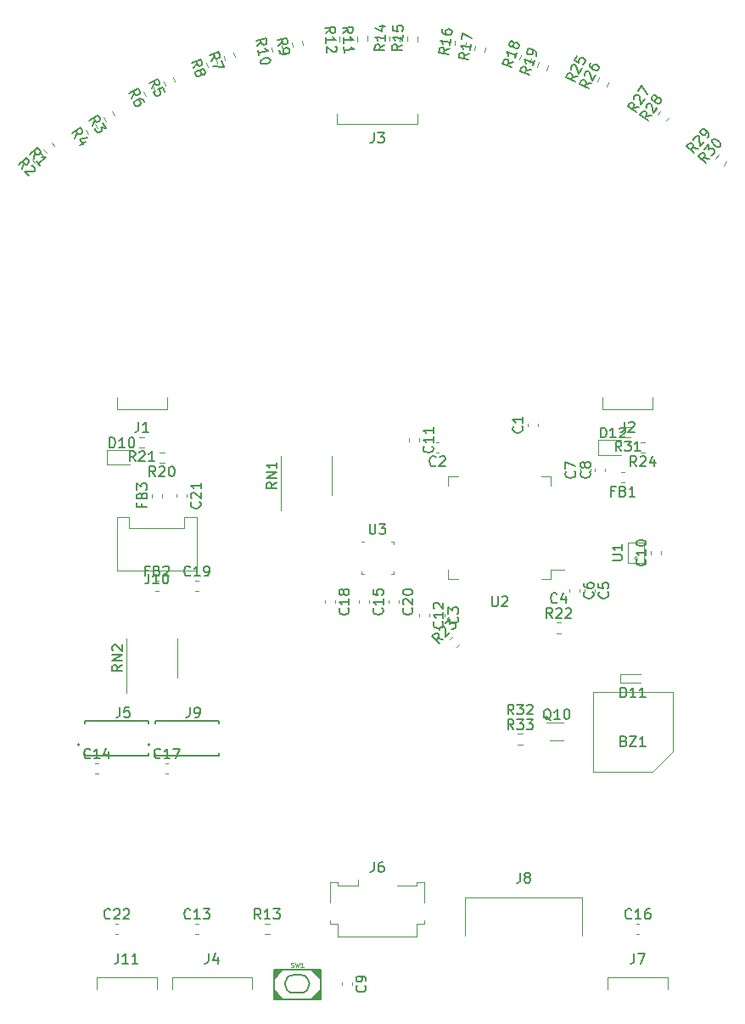
<source format=gbr>
%TF.GenerationSoftware,KiCad,Pcbnew,(5.1.10)-1*%
%TF.CreationDate,2022-02-04T19:35:20+09:00*%
%TF.ProjectId,Main,4d61696e-2e6b-4696-9361-645f70636258,rev?*%
%TF.SameCoordinates,Original*%
%TF.FileFunction,Legend,Top*%
%TF.FilePolarity,Positive*%
%FSLAX46Y46*%
G04 Gerber Fmt 4.6, Leading zero omitted, Abs format (unit mm)*
G04 Created by KiCad (PCBNEW (5.1.10)-1) date 2022-02-04 19:35:20*
%MOMM*%
%LPD*%
G01*
G04 APERTURE LIST*
%ADD10C,0.120000*%
%ADD11C,0.200000*%
%ADD12C,0.127000*%
%ADD13C,0.150000*%
G04 APERTURE END LIST*
D10*
%TO.C,U2*%
X8040000Y8110000D02*
X7090000Y8110000D01*
X7090000Y8110000D02*
X7090000Y7160000D01*
X16360000Y8110000D02*
X17310000Y8110000D01*
X17310000Y8110000D02*
X17310000Y7160000D01*
X8040000Y-2110000D02*
X7090000Y-2110000D01*
X7090000Y-2110000D02*
X7090000Y-1160000D01*
X16360000Y-2110000D02*
X17310000Y-2110000D01*
X17310000Y-2110000D02*
X17310000Y-1160000D01*
X17310000Y-1160000D02*
X18650000Y-1160000D01*
%TO.C,R16*%
X8731692Y50938118D02*
X8801830Y51407422D01*
X7698170Y51092578D02*
X7768308Y51561882D01*
%TO.C,U3*%
X1360000Y1610000D02*
X1610000Y1610000D01*
X1610000Y1610000D02*
X1610000Y1360000D01*
X-1360000Y-1610000D02*
X-1610000Y-1610000D01*
X-1610000Y-1610000D02*
X-1610000Y-1360000D01*
X1360000Y-1610000D02*
X1610000Y-1610000D01*
X1610000Y-1610000D02*
X1610000Y-1360000D01*
X-1360000Y1610000D02*
X-1610000Y1610000D01*
%TO.C,J8*%
X20450000Y-37666670D02*
X20450000Y-33866666D01*
X20450000Y-33866666D02*
X8750000Y-33866666D01*
X8750000Y-33866666D02*
X8750000Y-37666670D01*
%TO.C,BZ1*%
X29500000Y-19350000D02*
X27500000Y-21350000D01*
X27500000Y-21350000D02*
X21500000Y-21350000D01*
X21500000Y-21350000D02*
X21500000Y-13350000D01*
X21500000Y-13350000D02*
X29500000Y-13350000D01*
X29500000Y-13350000D02*
X29500000Y-19350000D01*
%TO.C,C1*%
X14990000Y13109420D02*
X14990000Y13390580D01*
X16010000Y13109420D02*
X16010000Y13390580D01*
%TO.C,C2*%
X6140580Y11510000D02*
X5859420Y11510000D01*
X6140580Y10490000D02*
X5859420Y10490000D01*
%TO.C,C3*%
X5690000Y-5609420D02*
X5690000Y-5890580D01*
X6710000Y-5609420D02*
X6710000Y-5890580D01*
%TO.C,C4*%
X17959420Y-4990000D02*
X18240580Y-4990000D01*
X17959420Y-6010000D02*
X18240580Y-6010000D01*
%TO.C,C5*%
X21710000Y-3109420D02*
X21710000Y-3390580D01*
X20690000Y-3109420D02*
X20690000Y-3390580D01*
%TO.C,C6*%
X19190000Y-3109420D02*
X19190000Y-3390580D01*
X20210000Y-3109420D02*
X20210000Y-3390580D01*
%TO.C,C7*%
X20240000Y8609420D02*
X20240000Y8890580D01*
X21260000Y8609420D02*
X21260000Y8890580D01*
%TO.C,C8*%
X22760000Y8609420D02*
X22760000Y8890580D01*
X21740000Y8609420D02*
X21740000Y8890580D01*
%TO.C,C9*%
X-3510000Y-42359420D02*
X-3510000Y-42640580D01*
X-2490000Y-42359420D02*
X-2490000Y-42640580D01*
%TO.C,C10*%
X27290000Y359420D02*
X27290000Y640580D01*
X28310000Y359420D02*
X28310000Y640580D01*
%TO.C,C11*%
X3190000Y11890580D02*
X3190000Y11609420D01*
X4210000Y11890580D02*
X4210000Y11609420D01*
%TO.C,C12*%
X5210000Y-5609420D02*
X5210000Y-5890580D01*
X4190000Y-5609420D02*
X4190000Y-5890580D01*
%TO.C,C13*%
X-18140580Y-36490000D02*
X-17859420Y-36490000D01*
X-18140580Y-37510000D02*
X-17859420Y-37510000D01*
%TO.C,C14*%
X-28140580Y-20490000D02*
X-27859420Y-20490000D01*
X-28140580Y-21510000D02*
X-27859420Y-21510000D01*
%TO.C,C15*%
X-790000Y-4259420D02*
X-790000Y-4540580D01*
X-1810000Y-4259420D02*
X-1810000Y-4540580D01*
%TO.C,C16*%
X25859420Y-37510000D02*
X26140580Y-37510000D01*
X25859420Y-36490000D02*
X26140580Y-36490000D01*
%TO.C,C17*%
X-21140580Y-21510000D02*
X-20859420Y-21510000D01*
X-21140580Y-20490000D02*
X-20859420Y-20490000D01*
%TO.C,C18*%
X-5210000Y-4259420D02*
X-5210000Y-4540580D01*
X-4190000Y-4259420D02*
X-4190000Y-4540580D01*
%TO.C,C19*%
X-18140580Y-3310000D02*
X-17859420Y-3310000D01*
X-18140580Y-2290000D02*
X-17859420Y-2290000D01*
%TO.C,C20*%
X1140000Y-4259420D02*
X1140000Y-4540580D01*
X2160000Y-4259420D02*
X2160000Y-4540580D01*
%TO.C,C21*%
X-18990000Y6340580D02*
X-18990000Y6059420D01*
X-20010000Y6340580D02*
X-20010000Y6059420D01*
%TO.C,C22*%
X-26140580Y-36490000D02*
X-25859420Y-36490000D01*
X-26140580Y-37510000D02*
X-25859420Y-37510000D01*
%TO.C,D10*%
X-26985000Y9265000D02*
X-24700000Y9265000D01*
X-26985000Y10735000D02*
X-26985000Y9265000D01*
X-24700000Y10735000D02*
X-26985000Y10735000D01*
%TO.C,D11*%
X24250000Y-12425000D02*
X26281250Y-12425000D01*
X24250000Y-11575000D02*
X24250000Y-12425000D01*
X26281250Y-11575000D02*
X24250000Y-11575000D01*
%TO.C,D12*%
X22015000Y10265000D02*
X24300000Y10265000D01*
X22015000Y11735000D02*
X22015000Y10265000D01*
X24300000Y11735000D02*
X22015000Y11735000D01*
%TO.C,FB1*%
X24662779Y7490000D02*
X24337221Y7490000D01*
X24662779Y8510000D02*
X24337221Y8510000D01*
%TO.C,FB2*%
X-22162779Y-2290000D02*
X-21837221Y-2290000D01*
X-22162779Y-3310000D02*
X-21837221Y-3310000D01*
%TO.C,FB3*%
X-21490000Y6037221D02*
X-21490000Y6362779D01*
X-22510000Y6037221D02*
X-22510000Y6362779D01*
%TO.C,J1*%
X-26000000Y14800000D02*
X-26000000Y16000000D01*
X-21000000Y14800000D02*
X-21000000Y16000000D01*
X-21000000Y14800000D02*
X-26000000Y14800000D01*
%TO.C,J2*%
X27500000Y14800000D02*
X22500000Y14800000D01*
X27500000Y14800000D02*
X27500000Y16000000D01*
X22500000Y14800000D02*
X22500000Y16000000D01*
%TO.C,J3*%
X-4000000Y44250000D02*
X-4000000Y43250000D01*
X-4000000Y43250000D02*
X4000000Y43250000D01*
X4000000Y43250000D02*
X4000000Y44250000D01*
%TO.C,J4*%
X-12500000Y-41800000D02*
X-12500000Y-43000000D01*
X-20500000Y-41800000D02*
X-12500000Y-41800000D01*
X-20500000Y-41800000D02*
X-20500000Y-43000000D01*
D11*
%TO.C,J5*%
X-29710000Y-18635000D02*
G75*
G03*
X-29710000Y-18635000I-100000J0D01*
G01*
X-29175000Y-19715000D02*
X-29175000Y-19515000D01*
X-29175000Y-16285000D02*
X-29175000Y-16485000D01*
X-22825000Y-19715000D02*
X-22825000Y-19515000D01*
X-22825000Y-16285000D02*
X-22825000Y-16485000D01*
X-29175000Y-19715000D02*
X-22825000Y-19715000D01*
X-29175000Y-16285000D02*
X-22825000Y-16285000D01*
D10*
%TO.C,J7*%
X23000000Y-41800000D02*
X23000000Y-43000000D01*
X23000000Y-41800000D02*
X29000000Y-41800000D01*
X29000000Y-41800000D02*
X29000000Y-43000000D01*
%TO.C,J6*%
X-1960000Y-32090000D02*
X-1960000Y-32680000D01*
X-1960000Y-32680000D02*
X-3940000Y-32680000D01*
X-3940000Y-32680000D02*
X-3940000Y-32330000D01*
X-3940000Y-32330000D02*
X-4710000Y-32330000D01*
X-4710000Y-32330000D02*
X-4710000Y-34380000D01*
X-4710000Y-36200000D02*
X-4710000Y-36500000D01*
X-4710000Y-36500000D02*
X-3910000Y-36500000D01*
X-3910000Y-36500000D02*
X-3910000Y-37800000D01*
X-3910000Y-37800000D02*
X3910000Y-37800000D01*
X3910000Y-37800000D02*
X3910000Y-36500000D01*
X3910000Y-36500000D02*
X4710000Y-36500000D01*
X4710000Y-36500000D02*
X4710000Y-36200000D01*
X4710000Y-34380000D02*
X4710000Y-32330000D01*
X4710000Y-32330000D02*
X3940000Y-32330000D01*
X3940000Y-32330000D02*
X3940000Y-32680000D01*
X3940000Y-32680000D02*
X1960000Y-32680000D01*
D11*
%TO.C,J9*%
X-22175000Y-16285000D02*
X-15825000Y-16285000D01*
X-22175000Y-19715000D02*
X-15825000Y-19715000D01*
X-15825000Y-16285000D02*
X-15825000Y-16485000D01*
X-15825000Y-19715000D02*
X-15825000Y-19515000D01*
X-22175000Y-16285000D02*
X-22175000Y-16485000D01*
X-22175000Y-19715000D02*
X-22175000Y-19515000D01*
X-22710000Y-18635000D02*
G75*
G03*
X-22710000Y-18635000I-100000J0D01*
G01*
D10*
%TO.C,J10*%
X-24750000Y4049996D02*
X-24750000Y2945831D01*
X-26000000Y4049996D02*
X-24750000Y4049996D01*
X-19250000Y4049996D02*
X-18000000Y4049996D01*
X-24750000Y2945831D02*
X-19250000Y2945831D01*
X-19250000Y2945831D02*
X-19250000Y4049996D01*
X-26000000Y4050000D02*
X-26000000Y-1250000D01*
X-26000000Y-1250000D02*
X-18000000Y-1250000D01*
X-18000000Y-1250000D02*
X-18000000Y4050000D01*
%TO.C,J11*%
X-22000000Y-41800000D02*
X-22000000Y-43000000D01*
X-28000000Y-41800000D02*
X-22000000Y-41800000D01*
X-28000000Y-41800000D02*
X-28000000Y-43000000D01*
%TO.C,Q10*%
X18550000Y-18250000D02*
X17250000Y-18250000D01*
X16900000Y-16450000D02*
X18550000Y-16450000D01*
%TO.C,R1*%
X-32200584Y41065649D02*
X-32513143Y41422682D01*
X-32986857Y40377318D02*
X-33299416Y40734351D01*
%TO.C,R2*%
X-33350584Y40065649D02*
X-33663143Y40422682D01*
X-34136857Y39377318D02*
X-34449416Y39734351D01*
%TO.C,R3*%
X-27053055Y43512706D02*
X-27316337Y43907482D01*
X-26183663Y44092518D02*
X-26446945Y44487294D01*
%TO.C,R4*%
X-27933663Y42842518D02*
X-28196945Y43237294D01*
X-28803055Y42262706D02*
X-29066337Y42657482D01*
%TO.C,R5*%
X-21114067Y47056431D02*
X-21323568Y47482195D01*
X-20176432Y47517805D02*
X-20385933Y47943569D01*
%TO.C,R6*%
X-23114067Y46056431D02*
X-23323568Y46482195D01*
X-22176432Y46517805D02*
X-22385933Y46943569D01*
%TO.C,R7*%
X-15168849Y49607746D02*
X-15320985Y50057213D01*
X-14179015Y49942787D02*
X-14331151Y50392254D01*
%TO.C,R8*%
X-15943521Y49224235D02*
X-16095657Y49673702D01*
X-16933355Y48889194D02*
X-17085491Y49338661D01*
%TO.C,R9*%
X-8466465Y50915773D02*
X-8558633Y51381252D01*
X-7441367Y51118748D02*
X-7533535Y51584227D01*
%TO.C,R10*%
X-10466465Y50415773D02*
X-10558633Y50881252D01*
X-9441367Y50618748D02*
X-9533535Y51084227D01*
%TO.C,R11*%
X-2006100Y51479518D02*
X-2036722Y51953045D01*
X-963278Y51546955D02*
X-993900Y52020482D01*
%TO.C,R12*%
X-2713278Y51546955D02*
X-2743900Y52020482D01*
X-3756100Y51479518D02*
X-3786722Y51953045D01*
%TO.C,R13*%
X-11237258Y-37522500D02*
X-10762742Y-37522500D01*
X-11237258Y-36477500D02*
X-10762742Y-36477500D01*
%TO.C,R14*%
X2259827Y51486611D02*
X2283834Y51960519D01*
X1216166Y51539481D02*
X1240173Y52013389D01*
%TO.C,R15*%
X2966166Y51539481D02*
X2990173Y52013389D01*
X4009827Y51486611D02*
X4033834Y51960519D01*
%TO.C,R17*%
X9698170Y50592578D02*
X9768308Y51061882D01*
X10731692Y50438118D02*
X10801830Y50907422D01*
%TO.C,R18*%
X14178916Y49693784D02*
X14331836Y50142984D01*
X15168164Y49357016D02*
X15321084Y49806216D01*
%TO.C,R19*%
X16918164Y48607016D02*
X17071084Y49056216D01*
X15928916Y48943784D02*
X16081836Y49392984D01*
%TO.C,R20*%
X-21262742Y10522500D02*
X-21737258Y10522500D01*
X-21262742Y9477500D02*
X-21737258Y9477500D01*
%TO.C,R21*%
X-23262742Y10977500D02*
X-23737258Y10977500D01*
X-23262742Y12022500D02*
X-23737258Y12022500D01*
%TO.C,R22*%
X17862742Y-7522500D02*
X18337258Y-7522500D01*
X17862742Y-6477500D02*
X18337258Y-6477500D01*
%TO.C,R23*%
X7935060Y-8903867D02*
X8270593Y-8568334D01*
X7196133Y-8164940D02*
X7531666Y-7829407D01*
%TO.C,R24*%
X26737258Y10477500D02*
X26262742Y10477500D01*
X26737258Y11522500D02*
X26262742Y11522500D01*
%TO.C,R25*%
X20576464Y48118806D02*
X20786708Y48544203D01*
X21513292Y47655797D02*
X21723536Y48081194D01*
%TO.C,R26*%
X22863292Y47005797D02*
X23073536Y47431194D01*
X21926464Y47468806D02*
X22136708Y47894203D01*
%TO.C,R27*%
X27602204Y44412178D02*
X27866175Y44806493D01*
X26733825Y44993507D02*
X26997796Y45387822D01*
%TO.C,R28*%
X27983825Y44143507D02*
X28247796Y44537822D01*
X28852204Y43562178D02*
X29116175Y43956493D01*
%TO.C,R29*%
X33385945Y40101906D02*
X33699126Y40458393D01*
X32600874Y40791607D02*
X32914055Y41148094D01*
%TO.C,R30*%
X33750874Y39816607D02*
X34064055Y40173094D01*
X34535945Y39126906D02*
X34849126Y39483393D01*
%TO.C,R31*%
X25237258Y13022500D02*
X24762742Y13022500D01*
X25237258Y11977500D02*
X24762742Y11977500D01*
%TO.C,R32*%
X14012742Y-16077500D02*
X14487258Y-16077500D01*
X14012742Y-17122500D02*
X14487258Y-17122500D01*
%TO.C,R33*%
X14012742Y-18622500D02*
X14487258Y-18622500D01*
X14012742Y-17577500D02*
X14487258Y-17577500D01*
%TO.C,RN1*%
X-9660000Y8200000D02*
X-9660000Y4750000D01*
X-9660000Y8200000D02*
X-9660000Y10150000D01*
X-4540000Y8200000D02*
X-4540000Y6250000D01*
X-4540000Y8200000D02*
X-4540000Y10150000D01*
%TO.C,RN2*%
X-19940000Y-10000000D02*
X-19940000Y-8050000D01*
X-19940000Y-10000000D02*
X-19940000Y-11950000D01*
X-25060000Y-10000000D02*
X-25060000Y-8050000D01*
X-25060000Y-10000000D02*
X-25060000Y-13450000D01*
D12*
%TO.C,SW1*%
G36*
X-10332500Y-44000000D02*
G01*
X-9432500Y-44000000D01*
X-10332500Y-43100000D01*
X-10332500Y-44000000D01*
G37*
X-10332500Y-44000000D02*
X-9432500Y-44000000D01*
X-10332500Y-43100000D01*
X-10332500Y-44000000D01*
G36*
X-5667500Y-44000000D02*
G01*
X-5667500Y-43100000D01*
X-6567500Y-44000000D01*
X-5667500Y-44000000D01*
G37*
X-5667500Y-44000000D02*
X-5667500Y-43100000D01*
X-6567500Y-44000000D01*
X-5667500Y-44000000D01*
G36*
X-5667500Y-41100000D02*
G01*
X-6567500Y-41100000D01*
X-5667500Y-42000000D01*
X-5667500Y-41100000D01*
G37*
X-5667500Y-41100000D02*
X-6567500Y-41100000D01*
X-5667500Y-42000000D01*
X-5667500Y-41100000D01*
G36*
X-10332500Y-41100000D02*
G01*
X-10332500Y-42000000D01*
X-9432500Y-41100000D01*
X-10332500Y-41100000D01*
G37*
X-10332500Y-41100000D02*
X-10332500Y-42000000D01*
X-9432500Y-41100000D01*
X-10332500Y-41100000D01*
X-10332500Y-44000000D02*
X-10332500Y-41100000D01*
X-5667500Y-44000000D02*
X-10332500Y-44000000D01*
X-5667500Y-41100000D02*
X-5667500Y-44000000D01*
X-10332500Y-41100000D02*
X-5667500Y-41100000D01*
X-7667500Y-43400000D02*
X-8332500Y-43400000D01*
X-8332500Y-41600000D02*
X-7667500Y-41600000D01*
X-7667500Y-41600000D02*
G75*
G02*
X-7667500Y-43400000I0J-900000D01*
G01*
X-8332500Y-43400000D02*
G75*
G02*
X-8332500Y-41600000I0J900000D01*
G01*
D10*
%TO.C,U1*%
X25000000Y-500000D02*
X26600000Y-500000D01*
X26600000Y-500000D02*
X26600000Y1500000D01*
X26600000Y1500000D02*
X25000000Y1500000D01*
X25000000Y1500000D02*
X25000000Y-500000D01*
X25966666Y-83331D02*
G75*
G03*
X25966666Y-83331I-166666J0D01*
G01*
%TO.C,U2*%
D13*
X11438095Y-3852380D02*
X11438095Y-4661904D01*
X11485714Y-4757142D01*
X11533333Y-4804761D01*
X11628571Y-4852380D01*
X11819047Y-4852380D01*
X11914285Y-4804761D01*
X11961904Y-4757142D01*
X12009523Y-4661904D01*
X12009523Y-3852380D01*
X12438095Y-3947619D02*
X12485714Y-3900000D01*
X12580952Y-3852380D01*
X12819047Y-3852380D01*
X12914285Y-3900000D01*
X12961904Y-3947619D01*
X13009523Y-4042857D01*
X13009523Y-4138095D01*
X12961904Y-4280952D01*
X12390476Y-4852380D01*
X13009523Y-4852380D01*
%TO.C,R16*%
X7188098Y50758704D02*
X6667868Y50499418D01*
X7103636Y50193553D02*
X6114620Y50341362D01*
X6170928Y50718130D01*
X6232101Y50805283D01*
X6286236Y50845341D01*
X6387466Y50878360D01*
X6528754Y50857244D01*
X6615908Y50796071D01*
X6655965Y50741936D01*
X6688984Y50640706D01*
X6632676Y50263938D01*
X7328869Y51700624D02*
X7244406Y51135472D01*
X7286638Y51418048D02*
X6297622Y51565858D01*
X6424833Y51450550D01*
X6504948Y51342281D01*
X6537967Y51241051D01*
X6466547Y52696162D02*
X6438393Y52507778D01*
X6471412Y52406547D01*
X6511469Y52352413D01*
X6638680Y52237105D01*
X6820025Y52161855D01*
X7196793Y52105546D01*
X7298024Y52138565D01*
X7352158Y52178623D01*
X7413331Y52265776D01*
X7441486Y52454160D01*
X7408467Y52555391D01*
X7368409Y52609525D01*
X7281256Y52670698D01*
X7045776Y52705891D01*
X6944545Y52672872D01*
X6890411Y52632815D01*
X6829238Y52545661D01*
X6801084Y52357277D01*
X6834102Y52256047D01*
X6874160Y52201912D01*
X6961313Y52140739D01*
%TO.C,U3*%
X-761904Y3367619D02*
X-761904Y2558095D01*
X-714285Y2462857D01*
X-666666Y2415238D01*
X-571428Y2367619D01*
X-380952Y2367619D01*
X-285714Y2415238D01*
X-238095Y2462857D01*
X-190476Y2558095D01*
X-190476Y3367619D01*
X190476Y3367619D02*
X809523Y3367619D01*
X476190Y2986666D01*
X619047Y2986666D01*
X714285Y2939047D01*
X761904Y2891428D01*
X809523Y2796190D01*
X809523Y2558095D01*
X761904Y2462857D01*
X714285Y2415238D01*
X619047Y2367619D01*
X333333Y2367619D01*
X238095Y2415238D01*
X190476Y2462857D01*
%TO.C,J8*%
X14266666Y-31419044D02*
X14266666Y-32133330D01*
X14219047Y-32276187D01*
X14123809Y-32371425D01*
X13980952Y-32419044D01*
X13885714Y-32419044D01*
X14885714Y-31847616D02*
X14790476Y-31799997D01*
X14742857Y-31752378D01*
X14695238Y-31657140D01*
X14695238Y-31609521D01*
X14742857Y-31514283D01*
X14790476Y-31466664D01*
X14885714Y-31419044D01*
X15076190Y-31419044D01*
X15171428Y-31466664D01*
X15219047Y-31514283D01*
X15266666Y-31609521D01*
X15266666Y-31657140D01*
X15219047Y-31752378D01*
X15171428Y-31799997D01*
X15076190Y-31847616D01*
X14885714Y-31847616D01*
X14790476Y-31895235D01*
X14742857Y-31942854D01*
X14695238Y-32038092D01*
X14695238Y-32228568D01*
X14742857Y-32323806D01*
X14790476Y-32371425D01*
X14885714Y-32419044D01*
X15076190Y-32419044D01*
X15171428Y-32371425D01*
X15219047Y-32323806D01*
X15266666Y-32228568D01*
X15266666Y-32038092D01*
X15219047Y-31942854D01*
X15171428Y-31895235D01*
X15076190Y-31847616D01*
%TO.C,BZ1*%
X24619047Y-18278571D02*
X24761904Y-18326190D01*
X24809523Y-18373809D01*
X24857142Y-18469047D01*
X24857142Y-18611904D01*
X24809523Y-18707142D01*
X24761904Y-18754761D01*
X24666666Y-18802380D01*
X24285714Y-18802380D01*
X24285714Y-17802380D01*
X24619047Y-17802380D01*
X24714285Y-17850000D01*
X24761904Y-17897619D01*
X24809523Y-17992857D01*
X24809523Y-18088095D01*
X24761904Y-18183333D01*
X24714285Y-18230952D01*
X24619047Y-18278571D01*
X24285714Y-18278571D01*
X25190476Y-17802380D02*
X25857142Y-17802380D01*
X25190476Y-18802380D01*
X25857142Y-18802380D01*
X26761904Y-18802380D02*
X26190476Y-18802380D01*
X26476190Y-18802380D02*
X26476190Y-17802380D01*
X26380952Y-17945238D01*
X26285714Y-18040476D01*
X26190476Y-18088095D01*
%TO.C,C1*%
X14427142Y13083333D02*
X14474761Y13035714D01*
X14522380Y12892857D01*
X14522380Y12797619D01*
X14474761Y12654761D01*
X14379523Y12559523D01*
X14284285Y12511904D01*
X14093809Y12464285D01*
X13950952Y12464285D01*
X13760476Y12511904D01*
X13665238Y12559523D01*
X13570000Y12654761D01*
X13522380Y12797619D01*
X13522380Y12892857D01*
X13570000Y13035714D01*
X13617619Y13083333D01*
X14522380Y14035714D02*
X14522380Y13464285D01*
X14522380Y13750000D02*
X13522380Y13750000D01*
X13665238Y13654761D01*
X13760476Y13559523D01*
X13808095Y13464285D01*
%TO.C,C2*%
X5833333Y9212857D02*
X5785714Y9165238D01*
X5642857Y9117619D01*
X5547619Y9117619D01*
X5404761Y9165238D01*
X5309523Y9260476D01*
X5261904Y9355714D01*
X5214285Y9546190D01*
X5214285Y9689047D01*
X5261904Y9879523D01*
X5309523Y9974761D01*
X5404761Y10070000D01*
X5547619Y10117619D01*
X5642857Y10117619D01*
X5785714Y10070000D01*
X5833333Y10022380D01*
X6214285Y10022380D02*
X6261904Y10070000D01*
X6357142Y10117619D01*
X6595238Y10117619D01*
X6690476Y10070000D01*
X6738095Y10022380D01*
X6785714Y9927142D01*
X6785714Y9831904D01*
X6738095Y9689047D01*
X6166666Y9117619D01*
X6785714Y9117619D01*
%TO.C,C3*%
X7987142Y-5916666D02*
X8034761Y-5964285D01*
X8082380Y-6107142D01*
X8082380Y-6202380D01*
X8034761Y-6345238D01*
X7939523Y-6440476D01*
X7844285Y-6488095D01*
X7653809Y-6535714D01*
X7510952Y-6535714D01*
X7320476Y-6488095D01*
X7225238Y-6440476D01*
X7130000Y-6345238D01*
X7082380Y-6202380D01*
X7082380Y-6107142D01*
X7130000Y-5964285D01*
X7177619Y-5916666D01*
X7082380Y-5583333D02*
X7082380Y-4964285D01*
X7463333Y-5297619D01*
X7463333Y-5154761D01*
X7510952Y-5059523D01*
X7558571Y-5011904D01*
X7653809Y-4964285D01*
X7891904Y-4964285D01*
X7987142Y-5011904D01*
X8034761Y-5059523D01*
X8082380Y-5154761D01*
X8082380Y-5440476D01*
X8034761Y-5535714D01*
X7987142Y-5583333D01*
%TO.C,C4*%
X17933333Y-4427142D02*
X17885714Y-4474761D01*
X17742857Y-4522380D01*
X17647619Y-4522380D01*
X17504761Y-4474761D01*
X17409523Y-4379523D01*
X17361904Y-4284285D01*
X17314285Y-4093809D01*
X17314285Y-3950952D01*
X17361904Y-3760476D01*
X17409523Y-3665238D01*
X17504761Y-3570000D01*
X17647619Y-3522380D01*
X17742857Y-3522380D01*
X17885714Y-3570000D01*
X17933333Y-3617619D01*
X18790476Y-3855714D02*
X18790476Y-4522380D01*
X18552380Y-3474761D02*
X18314285Y-4189047D01*
X18933333Y-4189047D01*
%TO.C,C5*%
X22987142Y-3416666D02*
X23034761Y-3464285D01*
X23082380Y-3607142D01*
X23082380Y-3702380D01*
X23034761Y-3845238D01*
X22939523Y-3940476D01*
X22844285Y-3988095D01*
X22653809Y-4035714D01*
X22510952Y-4035714D01*
X22320476Y-3988095D01*
X22225238Y-3940476D01*
X22130000Y-3845238D01*
X22082380Y-3702380D01*
X22082380Y-3607142D01*
X22130000Y-3464285D01*
X22177619Y-3416666D01*
X22082380Y-2511904D02*
X22082380Y-2988095D01*
X22558571Y-3035714D01*
X22510952Y-2988095D01*
X22463333Y-2892857D01*
X22463333Y-2654761D01*
X22510952Y-2559523D01*
X22558571Y-2511904D01*
X22653809Y-2464285D01*
X22891904Y-2464285D01*
X22987142Y-2511904D01*
X23034761Y-2559523D01*
X23082380Y-2654761D01*
X23082380Y-2892857D01*
X23034761Y-2988095D01*
X22987142Y-3035714D01*
%TO.C,C6*%
X21487142Y-3416666D02*
X21534761Y-3464285D01*
X21582380Y-3607142D01*
X21582380Y-3702380D01*
X21534761Y-3845238D01*
X21439523Y-3940476D01*
X21344285Y-3988095D01*
X21153809Y-4035714D01*
X21010952Y-4035714D01*
X20820476Y-3988095D01*
X20725238Y-3940476D01*
X20630000Y-3845238D01*
X20582380Y-3702380D01*
X20582380Y-3607142D01*
X20630000Y-3464285D01*
X20677619Y-3416666D01*
X20582380Y-2559523D02*
X20582380Y-2750000D01*
X20630000Y-2845238D01*
X20677619Y-2892857D01*
X20820476Y-2988095D01*
X21010952Y-3035714D01*
X21391904Y-3035714D01*
X21487142Y-2988095D01*
X21534761Y-2940476D01*
X21582380Y-2845238D01*
X21582380Y-2654761D01*
X21534761Y-2559523D01*
X21487142Y-2511904D01*
X21391904Y-2464285D01*
X21153809Y-2464285D01*
X21058571Y-2511904D01*
X21010952Y-2559523D01*
X20963333Y-2654761D01*
X20963333Y-2845238D01*
X21010952Y-2940476D01*
X21058571Y-2988095D01*
X21153809Y-3035714D01*
%TO.C,C7*%
X19677142Y8583333D02*
X19724761Y8535714D01*
X19772380Y8392857D01*
X19772380Y8297619D01*
X19724761Y8154761D01*
X19629523Y8059523D01*
X19534285Y8011904D01*
X19343809Y7964285D01*
X19200952Y7964285D01*
X19010476Y8011904D01*
X18915238Y8059523D01*
X18820000Y8154761D01*
X18772380Y8297619D01*
X18772380Y8392857D01*
X18820000Y8535714D01*
X18867619Y8583333D01*
X18772380Y8916666D02*
X18772380Y9583333D01*
X19772380Y9154761D01*
%TO.C,C8*%
X21177142Y8583333D02*
X21224761Y8535714D01*
X21272380Y8392857D01*
X21272380Y8297619D01*
X21224761Y8154761D01*
X21129523Y8059523D01*
X21034285Y8011904D01*
X20843809Y7964285D01*
X20700952Y7964285D01*
X20510476Y8011904D01*
X20415238Y8059523D01*
X20320000Y8154761D01*
X20272380Y8297619D01*
X20272380Y8392857D01*
X20320000Y8535714D01*
X20367619Y8583333D01*
X20700952Y9154761D02*
X20653333Y9059523D01*
X20605714Y9011904D01*
X20510476Y8964285D01*
X20462857Y8964285D01*
X20367619Y9011904D01*
X20320000Y9059523D01*
X20272380Y9154761D01*
X20272380Y9345238D01*
X20320000Y9440476D01*
X20367619Y9488095D01*
X20462857Y9535714D01*
X20510476Y9535714D01*
X20605714Y9488095D01*
X20653333Y9440476D01*
X20700952Y9345238D01*
X20700952Y9154761D01*
X20748571Y9059523D01*
X20796190Y9011904D01*
X20891428Y8964285D01*
X21081904Y8964285D01*
X21177142Y9011904D01*
X21224761Y9059523D01*
X21272380Y9154761D01*
X21272380Y9345238D01*
X21224761Y9440476D01*
X21177142Y9488095D01*
X21081904Y9535714D01*
X20891428Y9535714D01*
X20796190Y9488095D01*
X20748571Y9440476D01*
X20700952Y9345238D01*
%TO.C,C9*%
X-1212857Y-42666666D02*
X-1165238Y-42714285D01*
X-1117619Y-42857142D01*
X-1117619Y-42952380D01*
X-1165238Y-43095238D01*
X-1260476Y-43190476D01*
X-1355714Y-43238095D01*
X-1546190Y-43285714D01*
X-1689047Y-43285714D01*
X-1879523Y-43238095D01*
X-1974761Y-43190476D01*
X-2070000Y-43095238D01*
X-2117619Y-42952380D01*
X-2117619Y-42857142D01*
X-2070000Y-42714285D01*
X-2022380Y-42666666D01*
X-1117619Y-42190476D02*
X-1117619Y-42000000D01*
X-1165238Y-41904761D01*
X-1212857Y-41857142D01*
X-1355714Y-41761904D01*
X-1546190Y-41714285D01*
X-1927142Y-41714285D01*
X-2022380Y-41761904D01*
X-2070000Y-41809523D01*
X-2117619Y-41904761D01*
X-2117619Y-42095238D01*
X-2070000Y-42190476D01*
X-2022380Y-42238095D01*
X-1927142Y-42285714D01*
X-1689047Y-42285714D01*
X-1593809Y-42238095D01*
X-1546190Y-42190476D01*
X-1498571Y-42095238D01*
X-1498571Y-41904761D01*
X-1546190Y-41809523D01*
X-1593809Y-41761904D01*
X-1689047Y-41714285D01*
%TO.C,C10*%
X26727142Y-142857D02*
X26774761Y-190476D01*
X26822380Y-333333D01*
X26822380Y-428571D01*
X26774761Y-571428D01*
X26679523Y-666666D01*
X26584285Y-714285D01*
X26393809Y-761904D01*
X26250952Y-761904D01*
X26060476Y-714285D01*
X25965238Y-666666D01*
X25870000Y-571428D01*
X25822380Y-428571D01*
X25822380Y-333333D01*
X25870000Y-190476D01*
X25917619Y-142857D01*
X26822380Y809523D02*
X26822380Y238095D01*
X26822380Y523809D02*
X25822380Y523809D01*
X25965238Y428571D01*
X26060476Y333333D01*
X26108095Y238095D01*
X25822380Y1428571D02*
X25822380Y1523809D01*
X25870000Y1619047D01*
X25917619Y1666666D01*
X26012857Y1714285D01*
X26203333Y1761904D01*
X26441428Y1761904D01*
X26631904Y1714285D01*
X26727142Y1666666D01*
X26774761Y1619047D01*
X26822380Y1523809D01*
X26822380Y1428571D01*
X26774761Y1333333D01*
X26727142Y1285714D01*
X26631904Y1238095D01*
X26441428Y1190476D01*
X26203333Y1190476D01*
X26012857Y1238095D01*
X25917619Y1285714D01*
X25870000Y1333333D01*
X25822380Y1428571D01*
%TO.C,C11*%
X5487142Y11107142D02*
X5534761Y11059523D01*
X5582380Y10916666D01*
X5582380Y10821428D01*
X5534761Y10678571D01*
X5439523Y10583333D01*
X5344285Y10535714D01*
X5153809Y10488095D01*
X5010952Y10488095D01*
X4820476Y10535714D01*
X4725238Y10583333D01*
X4630000Y10678571D01*
X4582380Y10821428D01*
X4582380Y10916666D01*
X4630000Y11059523D01*
X4677619Y11107142D01*
X5582380Y12059523D02*
X5582380Y11488095D01*
X5582380Y11773809D02*
X4582380Y11773809D01*
X4725238Y11678571D01*
X4820476Y11583333D01*
X4868095Y11488095D01*
X5582380Y13011904D02*
X5582380Y12440476D01*
X5582380Y12726190D02*
X4582380Y12726190D01*
X4725238Y12630952D01*
X4820476Y12535714D01*
X4868095Y12440476D01*
%TO.C,C12*%
X6487142Y-6392857D02*
X6534761Y-6440476D01*
X6582380Y-6583333D01*
X6582380Y-6678571D01*
X6534761Y-6821428D01*
X6439523Y-6916666D01*
X6344285Y-6964285D01*
X6153809Y-7011904D01*
X6010952Y-7011904D01*
X5820476Y-6964285D01*
X5725238Y-6916666D01*
X5630000Y-6821428D01*
X5582380Y-6678571D01*
X5582380Y-6583333D01*
X5630000Y-6440476D01*
X5677619Y-6392857D01*
X6582380Y-5440476D02*
X6582380Y-6011904D01*
X6582380Y-5726190D02*
X5582380Y-5726190D01*
X5725238Y-5821428D01*
X5820476Y-5916666D01*
X5868095Y-6011904D01*
X5677619Y-5059523D02*
X5630000Y-5011904D01*
X5582380Y-4916666D01*
X5582380Y-4678571D01*
X5630000Y-4583333D01*
X5677619Y-4535714D01*
X5772857Y-4488095D01*
X5868095Y-4488095D01*
X6010952Y-4535714D01*
X6582380Y-5107142D01*
X6582380Y-4488095D01*
%TO.C,C13*%
X-18642857Y-35927142D02*
X-18690476Y-35974761D01*
X-18833333Y-36022380D01*
X-18928571Y-36022380D01*
X-19071428Y-35974761D01*
X-19166666Y-35879523D01*
X-19214285Y-35784285D01*
X-19261904Y-35593809D01*
X-19261904Y-35450952D01*
X-19214285Y-35260476D01*
X-19166666Y-35165238D01*
X-19071428Y-35070000D01*
X-18928571Y-35022380D01*
X-18833333Y-35022380D01*
X-18690476Y-35070000D01*
X-18642857Y-35117619D01*
X-17690476Y-36022380D02*
X-18261904Y-36022380D01*
X-17976190Y-36022380D02*
X-17976190Y-35022380D01*
X-18071428Y-35165238D01*
X-18166666Y-35260476D01*
X-18261904Y-35308095D01*
X-17357142Y-35022380D02*
X-16738095Y-35022380D01*
X-17071428Y-35403333D01*
X-16928571Y-35403333D01*
X-16833333Y-35450952D01*
X-16785714Y-35498571D01*
X-16738095Y-35593809D01*
X-16738095Y-35831904D01*
X-16785714Y-35927142D01*
X-16833333Y-35974761D01*
X-16928571Y-36022380D01*
X-17214285Y-36022380D01*
X-17309523Y-35974761D01*
X-17357142Y-35927142D01*
%TO.C,C14*%
X-28642857Y-19927142D02*
X-28690476Y-19974761D01*
X-28833333Y-20022380D01*
X-28928571Y-20022380D01*
X-29071428Y-19974761D01*
X-29166666Y-19879523D01*
X-29214285Y-19784285D01*
X-29261904Y-19593809D01*
X-29261904Y-19450952D01*
X-29214285Y-19260476D01*
X-29166666Y-19165238D01*
X-29071428Y-19070000D01*
X-28928571Y-19022380D01*
X-28833333Y-19022380D01*
X-28690476Y-19070000D01*
X-28642857Y-19117619D01*
X-27690476Y-20022380D02*
X-28261904Y-20022380D01*
X-27976190Y-20022380D02*
X-27976190Y-19022380D01*
X-28071428Y-19165238D01*
X-28166666Y-19260476D01*
X-28261904Y-19308095D01*
X-26833333Y-19355714D02*
X-26833333Y-20022380D01*
X-27071428Y-18974761D02*
X-27309523Y-19689047D01*
X-26690476Y-19689047D01*
%TO.C,C15*%
X487142Y-5042857D02*
X534761Y-5090476D01*
X582380Y-5233333D01*
X582380Y-5328571D01*
X534761Y-5471428D01*
X439523Y-5566666D01*
X344285Y-5614285D01*
X153809Y-5661904D01*
X10952Y-5661904D01*
X-179523Y-5614285D01*
X-274761Y-5566666D01*
X-370000Y-5471428D01*
X-417619Y-5328571D01*
X-417619Y-5233333D01*
X-370000Y-5090476D01*
X-322380Y-5042857D01*
X582380Y-4090476D02*
X582380Y-4661904D01*
X582380Y-4376190D02*
X-417619Y-4376190D01*
X-274761Y-4471428D01*
X-179523Y-4566666D01*
X-131904Y-4661904D01*
X-417619Y-3185714D02*
X-417619Y-3661904D01*
X58571Y-3709523D01*
X10952Y-3661904D01*
X-36666Y-3566666D01*
X-36666Y-3328571D01*
X10952Y-3233333D01*
X58571Y-3185714D01*
X153809Y-3138095D01*
X391904Y-3138095D01*
X487142Y-3185714D01*
X534761Y-3233333D01*
X582380Y-3328571D01*
X582380Y-3566666D01*
X534761Y-3661904D01*
X487142Y-3709523D01*
%TO.C,C16*%
X25357142Y-35927142D02*
X25309523Y-35974761D01*
X25166666Y-36022380D01*
X25071428Y-36022380D01*
X24928571Y-35974761D01*
X24833333Y-35879523D01*
X24785714Y-35784285D01*
X24738095Y-35593809D01*
X24738095Y-35450952D01*
X24785714Y-35260476D01*
X24833333Y-35165238D01*
X24928571Y-35070000D01*
X25071428Y-35022380D01*
X25166666Y-35022380D01*
X25309523Y-35070000D01*
X25357142Y-35117619D01*
X26309523Y-36022380D02*
X25738095Y-36022380D01*
X26023809Y-36022380D02*
X26023809Y-35022380D01*
X25928571Y-35165238D01*
X25833333Y-35260476D01*
X25738095Y-35308095D01*
X27166666Y-35022380D02*
X26976190Y-35022380D01*
X26880952Y-35070000D01*
X26833333Y-35117619D01*
X26738095Y-35260476D01*
X26690476Y-35450952D01*
X26690476Y-35831904D01*
X26738095Y-35927142D01*
X26785714Y-35974761D01*
X26880952Y-36022380D01*
X27071428Y-36022380D01*
X27166666Y-35974761D01*
X27214285Y-35927142D01*
X27261904Y-35831904D01*
X27261904Y-35593809D01*
X27214285Y-35498571D01*
X27166666Y-35450952D01*
X27071428Y-35403333D01*
X26880952Y-35403333D01*
X26785714Y-35450952D01*
X26738095Y-35498571D01*
X26690476Y-35593809D01*
%TO.C,C17*%
X-21642857Y-19927142D02*
X-21690476Y-19974761D01*
X-21833333Y-20022380D01*
X-21928571Y-20022380D01*
X-22071428Y-19974761D01*
X-22166666Y-19879523D01*
X-22214285Y-19784285D01*
X-22261904Y-19593809D01*
X-22261904Y-19450952D01*
X-22214285Y-19260476D01*
X-22166666Y-19165238D01*
X-22071428Y-19070000D01*
X-21928571Y-19022380D01*
X-21833333Y-19022380D01*
X-21690476Y-19070000D01*
X-21642857Y-19117619D01*
X-20690476Y-20022380D02*
X-21261904Y-20022380D01*
X-20976190Y-20022380D02*
X-20976190Y-19022380D01*
X-21071428Y-19165238D01*
X-21166666Y-19260476D01*
X-21261904Y-19308095D01*
X-20357142Y-19022380D02*
X-19690476Y-19022380D01*
X-20119047Y-20022380D01*
%TO.C,C18*%
X-2912857Y-5042857D02*
X-2865238Y-5090476D01*
X-2817619Y-5233333D01*
X-2817619Y-5328571D01*
X-2865238Y-5471428D01*
X-2960476Y-5566666D01*
X-3055714Y-5614285D01*
X-3246190Y-5661904D01*
X-3389047Y-5661904D01*
X-3579523Y-5614285D01*
X-3674761Y-5566666D01*
X-3770000Y-5471428D01*
X-3817619Y-5328571D01*
X-3817619Y-5233333D01*
X-3770000Y-5090476D01*
X-3722380Y-5042857D01*
X-2817619Y-4090476D02*
X-2817619Y-4661904D01*
X-2817619Y-4376190D02*
X-3817619Y-4376190D01*
X-3674761Y-4471428D01*
X-3579523Y-4566666D01*
X-3531904Y-4661904D01*
X-3389047Y-3519047D02*
X-3436666Y-3614285D01*
X-3484285Y-3661904D01*
X-3579523Y-3709523D01*
X-3627142Y-3709523D01*
X-3722380Y-3661904D01*
X-3770000Y-3614285D01*
X-3817619Y-3519047D01*
X-3817619Y-3328571D01*
X-3770000Y-3233333D01*
X-3722380Y-3185714D01*
X-3627142Y-3138095D01*
X-3579523Y-3138095D01*
X-3484285Y-3185714D01*
X-3436666Y-3233333D01*
X-3389047Y-3328571D01*
X-3389047Y-3519047D01*
X-3341428Y-3614285D01*
X-3293809Y-3661904D01*
X-3198571Y-3709523D01*
X-3008095Y-3709523D01*
X-2912857Y-3661904D01*
X-2865238Y-3614285D01*
X-2817619Y-3519047D01*
X-2817619Y-3328571D01*
X-2865238Y-3233333D01*
X-2912857Y-3185714D01*
X-3008095Y-3138095D01*
X-3198571Y-3138095D01*
X-3293809Y-3185714D01*
X-3341428Y-3233333D01*
X-3389047Y-3328571D01*
%TO.C,C19*%
X-18642857Y-1727142D02*
X-18690476Y-1774761D01*
X-18833333Y-1822380D01*
X-18928571Y-1822380D01*
X-19071428Y-1774761D01*
X-19166666Y-1679523D01*
X-19214285Y-1584285D01*
X-19261904Y-1393809D01*
X-19261904Y-1250952D01*
X-19214285Y-1060476D01*
X-19166666Y-965238D01*
X-19071428Y-870000D01*
X-18928571Y-822380D01*
X-18833333Y-822380D01*
X-18690476Y-870000D01*
X-18642857Y-917619D01*
X-17690476Y-1822380D02*
X-18261904Y-1822380D01*
X-17976190Y-1822380D02*
X-17976190Y-822380D01*
X-18071428Y-965238D01*
X-18166666Y-1060476D01*
X-18261904Y-1108095D01*
X-17214285Y-1822380D02*
X-17023809Y-1822380D01*
X-16928571Y-1774761D01*
X-16880952Y-1727142D01*
X-16785714Y-1584285D01*
X-16738095Y-1393809D01*
X-16738095Y-1012857D01*
X-16785714Y-917619D01*
X-16833333Y-870000D01*
X-16928571Y-822380D01*
X-17119047Y-822380D01*
X-17214285Y-870000D01*
X-17261904Y-917619D01*
X-17309523Y-1012857D01*
X-17309523Y-1250952D01*
X-17261904Y-1346190D01*
X-17214285Y-1393809D01*
X-17119047Y-1441428D01*
X-16928571Y-1441428D01*
X-16833333Y-1393809D01*
X-16785714Y-1346190D01*
X-16738095Y-1250952D01*
%TO.C,C20*%
X3437142Y-5042857D02*
X3484761Y-5090476D01*
X3532380Y-5233333D01*
X3532380Y-5328571D01*
X3484761Y-5471428D01*
X3389523Y-5566666D01*
X3294285Y-5614285D01*
X3103809Y-5661904D01*
X2960952Y-5661904D01*
X2770476Y-5614285D01*
X2675238Y-5566666D01*
X2580000Y-5471428D01*
X2532380Y-5328571D01*
X2532380Y-5233333D01*
X2580000Y-5090476D01*
X2627619Y-5042857D01*
X2627619Y-4661904D02*
X2580000Y-4614285D01*
X2532380Y-4519047D01*
X2532380Y-4280952D01*
X2580000Y-4185714D01*
X2627619Y-4138095D01*
X2722857Y-4090476D01*
X2818095Y-4090476D01*
X2960952Y-4138095D01*
X3532380Y-4709523D01*
X3532380Y-4090476D01*
X2532380Y-3471428D02*
X2532380Y-3376190D01*
X2580000Y-3280952D01*
X2627619Y-3233333D01*
X2722857Y-3185714D01*
X2913333Y-3138095D01*
X3151428Y-3138095D01*
X3341904Y-3185714D01*
X3437142Y-3233333D01*
X3484761Y-3280952D01*
X3532380Y-3376190D01*
X3532380Y-3471428D01*
X3484761Y-3566666D01*
X3437142Y-3614285D01*
X3341904Y-3661904D01*
X3151428Y-3709523D01*
X2913333Y-3709523D01*
X2722857Y-3661904D01*
X2627619Y-3614285D01*
X2580000Y-3566666D01*
X2532380Y-3471428D01*
%TO.C,C21*%
X-17712857Y5557142D02*
X-17665238Y5509523D01*
X-17617619Y5366666D01*
X-17617619Y5271428D01*
X-17665238Y5128571D01*
X-17760476Y5033333D01*
X-17855714Y4985714D01*
X-18046190Y4938095D01*
X-18189047Y4938095D01*
X-18379523Y4985714D01*
X-18474761Y5033333D01*
X-18570000Y5128571D01*
X-18617619Y5271428D01*
X-18617619Y5366666D01*
X-18570000Y5509523D01*
X-18522380Y5557142D01*
X-18522380Y5938095D02*
X-18570000Y5985714D01*
X-18617619Y6080952D01*
X-18617619Y6319047D01*
X-18570000Y6414285D01*
X-18522380Y6461904D01*
X-18427142Y6509523D01*
X-18331904Y6509523D01*
X-18189047Y6461904D01*
X-17617619Y5890476D01*
X-17617619Y6509523D01*
X-17617619Y7461904D02*
X-17617619Y6890476D01*
X-17617619Y7176190D02*
X-18617619Y7176190D01*
X-18474761Y7080952D01*
X-18379523Y6985714D01*
X-18331904Y6890476D01*
%TO.C,C22*%
X-26642857Y-35927142D02*
X-26690476Y-35974761D01*
X-26833333Y-36022380D01*
X-26928571Y-36022380D01*
X-27071428Y-35974761D01*
X-27166666Y-35879523D01*
X-27214285Y-35784285D01*
X-27261904Y-35593809D01*
X-27261904Y-35450952D01*
X-27214285Y-35260476D01*
X-27166666Y-35165238D01*
X-27071428Y-35070000D01*
X-26928571Y-35022380D01*
X-26833333Y-35022380D01*
X-26690476Y-35070000D01*
X-26642857Y-35117619D01*
X-26261904Y-35117619D02*
X-26214285Y-35070000D01*
X-26119047Y-35022380D01*
X-25880952Y-35022380D01*
X-25785714Y-35070000D01*
X-25738095Y-35117619D01*
X-25690476Y-35212857D01*
X-25690476Y-35308095D01*
X-25738095Y-35450952D01*
X-26309523Y-36022380D01*
X-25690476Y-36022380D01*
X-25309523Y-35117619D02*
X-25261904Y-35070000D01*
X-25166666Y-35022380D01*
X-24928571Y-35022380D01*
X-24833333Y-35070000D01*
X-24785714Y-35117619D01*
X-24738095Y-35212857D01*
X-24738095Y-35308095D01*
X-24785714Y-35450952D01*
X-25357142Y-36022380D01*
X-24738095Y-36022380D01*
%TO.C,D10*%
X-26714285Y10977619D02*
X-26714285Y11977619D01*
X-26476190Y11977619D01*
X-26333333Y11930000D01*
X-26238095Y11834761D01*
X-26190476Y11739523D01*
X-26142857Y11549047D01*
X-26142857Y11406190D01*
X-26190476Y11215714D01*
X-26238095Y11120476D01*
X-26333333Y11025238D01*
X-26476190Y10977619D01*
X-26714285Y10977619D01*
X-25190476Y10977619D02*
X-25761904Y10977619D01*
X-25476190Y10977619D02*
X-25476190Y11977619D01*
X-25571428Y11834761D01*
X-25666666Y11739523D01*
X-25761904Y11691904D01*
X-24571428Y11977619D02*
X-24476190Y11977619D01*
X-24380952Y11930000D01*
X-24333333Y11882380D01*
X-24285714Y11787142D01*
X-24238095Y11596666D01*
X-24238095Y11358571D01*
X-24285714Y11168095D01*
X-24333333Y11072857D01*
X-24380952Y11025238D01*
X-24476190Y10977619D01*
X-24571428Y10977619D01*
X-24666666Y11025238D01*
X-24714285Y11072857D01*
X-24761904Y11168095D01*
X-24809523Y11358571D01*
X-24809523Y11596666D01*
X-24761904Y11787142D01*
X-24714285Y11882380D01*
X-24666666Y11930000D01*
X-24571428Y11977619D01*
%TO.C,D11*%
X24285714Y-13939880D02*
X24285714Y-12939880D01*
X24523809Y-12939880D01*
X24666666Y-12987500D01*
X24761904Y-13082738D01*
X24809523Y-13177976D01*
X24857142Y-13368452D01*
X24857142Y-13511309D01*
X24809523Y-13701785D01*
X24761904Y-13797023D01*
X24666666Y-13892261D01*
X24523809Y-13939880D01*
X24285714Y-13939880D01*
X25809523Y-13939880D02*
X25238095Y-13939880D01*
X25523809Y-13939880D02*
X25523809Y-12939880D01*
X25428571Y-13082738D01*
X25333333Y-13177976D01*
X25238095Y-13225595D01*
X26761904Y-13939880D02*
X26190476Y-13939880D01*
X26476190Y-13939880D02*
X26476190Y-12939880D01*
X26380952Y-13082738D01*
X26285714Y-13177976D01*
X26190476Y-13225595D01*
%TO.C,D12*%
X22285714Y11977619D02*
X22285714Y12977619D01*
X22523809Y12977619D01*
X22666666Y12930000D01*
X22761904Y12834761D01*
X22809523Y12739523D01*
X22857142Y12549047D01*
X22857142Y12406190D01*
X22809523Y12215714D01*
X22761904Y12120476D01*
X22666666Y12025238D01*
X22523809Y11977619D01*
X22285714Y11977619D01*
X23809523Y11977619D02*
X23238095Y11977619D01*
X23523809Y11977619D02*
X23523809Y12977619D01*
X23428571Y12834761D01*
X23333333Y12739523D01*
X23238095Y12691904D01*
X24190476Y12882380D02*
X24238095Y12930000D01*
X24333333Y12977619D01*
X24571428Y12977619D01*
X24666666Y12930000D01*
X24714285Y12882380D01*
X24761904Y12787142D01*
X24761904Y12691904D01*
X24714285Y12549047D01*
X24142857Y11977619D01*
X24761904Y11977619D01*
%TO.C,FB1*%
X23666666Y6641428D02*
X23333333Y6641428D01*
X23333333Y6117619D02*
X23333333Y7117619D01*
X23809523Y7117619D01*
X24523809Y6641428D02*
X24666666Y6593809D01*
X24714285Y6546190D01*
X24761904Y6450952D01*
X24761904Y6308095D01*
X24714285Y6212857D01*
X24666666Y6165238D01*
X24571428Y6117619D01*
X24190476Y6117619D01*
X24190476Y7117619D01*
X24523809Y7117619D01*
X24619047Y7070000D01*
X24666666Y7022380D01*
X24714285Y6927142D01*
X24714285Y6831904D01*
X24666666Y6736666D01*
X24619047Y6689047D01*
X24523809Y6641428D01*
X24190476Y6641428D01*
X25714285Y6117619D02*
X25142857Y6117619D01*
X25428571Y6117619D02*
X25428571Y7117619D01*
X25333333Y6974761D01*
X25238095Y6879523D01*
X25142857Y6831904D01*
%TO.C,FB2*%
X-22833333Y-1298571D02*
X-23166666Y-1298571D01*
X-23166666Y-1822380D02*
X-23166666Y-822380D01*
X-22690476Y-822380D01*
X-21976190Y-1298571D02*
X-21833333Y-1346190D01*
X-21785714Y-1393809D01*
X-21738095Y-1489047D01*
X-21738095Y-1631904D01*
X-21785714Y-1727142D01*
X-21833333Y-1774761D01*
X-21928571Y-1822380D01*
X-22309523Y-1822380D01*
X-22309523Y-822380D01*
X-21976190Y-822380D01*
X-21880952Y-870000D01*
X-21833333Y-917619D01*
X-21785714Y-1012857D01*
X-21785714Y-1108095D01*
X-21833333Y-1203333D01*
X-21880952Y-1250952D01*
X-21976190Y-1298571D01*
X-22309523Y-1298571D01*
X-21357142Y-917619D02*
X-21309523Y-870000D01*
X-21214285Y-822380D01*
X-20976190Y-822380D01*
X-20880952Y-870000D01*
X-20833333Y-917619D01*
X-20785714Y-1012857D01*
X-20785714Y-1108095D01*
X-20833333Y-1250952D01*
X-21404761Y-1822380D01*
X-20785714Y-1822380D01*
%TO.C,FB3*%
X-23501428Y5366666D02*
X-23501428Y5033333D01*
X-22977619Y5033333D02*
X-23977619Y5033333D01*
X-23977619Y5509523D01*
X-23501428Y6223809D02*
X-23453809Y6366666D01*
X-23406190Y6414285D01*
X-23310952Y6461904D01*
X-23168095Y6461904D01*
X-23072857Y6414285D01*
X-23025238Y6366666D01*
X-22977619Y6271428D01*
X-22977619Y5890476D01*
X-23977619Y5890476D01*
X-23977619Y6223809D01*
X-23930000Y6319047D01*
X-23882380Y6366666D01*
X-23787142Y6414285D01*
X-23691904Y6414285D01*
X-23596666Y6366666D01*
X-23549047Y6319047D01*
X-23501428Y6223809D01*
X-23501428Y5890476D01*
X-23977619Y6795238D02*
X-23977619Y7414285D01*
X-23596666Y7080952D01*
X-23596666Y7223809D01*
X-23549047Y7319047D01*
X-23501428Y7366666D01*
X-23406190Y7414285D01*
X-23168095Y7414285D01*
X-23072857Y7366666D01*
X-23025238Y7319047D01*
X-22977619Y7223809D01*
X-22977619Y6938095D01*
X-23025238Y6842857D01*
X-23072857Y6795238D01*
%TO.C,J1*%
X-23833333Y13547619D02*
X-23833333Y12833333D01*
X-23880952Y12690476D01*
X-23976190Y12595238D01*
X-24119047Y12547619D01*
X-24214285Y12547619D01*
X-22833333Y12547619D02*
X-23404761Y12547619D01*
X-23119047Y12547619D02*
X-23119047Y13547619D01*
X-23214285Y13404761D01*
X-23309523Y13309523D01*
X-23404761Y13261904D01*
%TO.C,J2*%
X24666666Y13547619D02*
X24666666Y12833333D01*
X24619047Y12690476D01*
X24523809Y12595238D01*
X24380952Y12547619D01*
X24285714Y12547619D01*
X25095238Y13452380D02*
X25142857Y13500000D01*
X25238095Y13547619D01*
X25476190Y13547619D01*
X25571428Y13500000D01*
X25619047Y13452380D01*
X25666666Y13357142D01*
X25666666Y13261904D01*
X25619047Y13119047D01*
X25047619Y12547619D01*
X25666666Y12547619D01*
%TO.C,J3*%
X-333333Y42380949D02*
X-333333Y41666663D01*
X-380952Y41523806D01*
X-476190Y41428568D01*
X-619047Y41380949D01*
X-714285Y41380949D01*
X47619Y42380949D02*
X666666Y42380949D01*
X333333Y41999996D01*
X476190Y41999996D01*
X571428Y41952377D01*
X619047Y41904758D01*
X666666Y41809520D01*
X666666Y41571425D01*
X619047Y41476187D01*
X571428Y41428568D01*
X476190Y41380949D01*
X190476Y41380949D01*
X95238Y41428568D01*
X47619Y41476187D01*
%TO.C,J4*%
X-16833333Y-39452380D02*
X-16833333Y-40166666D01*
X-16880952Y-40309523D01*
X-16976190Y-40404761D01*
X-17119047Y-40452380D01*
X-17214285Y-40452380D01*
X-15928571Y-39785714D02*
X-15928571Y-40452380D01*
X-16166666Y-39404761D02*
X-16404761Y-40119047D01*
X-15785714Y-40119047D01*
%TO.C,J5*%
X-25698333Y-14912380D02*
X-25698333Y-15626666D01*
X-25745952Y-15769523D01*
X-25841190Y-15864761D01*
X-25984047Y-15912380D01*
X-26079285Y-15912380D01*
X-24745952Y-14912380D02*
X-25222142Y-14912380D01*
X-25269761Y-15388571D01*
X-25222142Y-15340952D01*
X-25126904Y-15293333D01*
X-24888809Y-15293333D01*
X-24793571Y-15340952D01*
X-24745952Y-15388571D01*
X-24698333Y-15483809D01*
X-24698333Y-15721904D01*
X-24745952Y-15817142D01*
X-24793571Y-15864761D01*
X-24888809Y-15912380D01*
X-25126904Y-15912380D01*
X-25222142Y-15864761D01*
X-25269761Y-15817142D01*
%TO.C,J7*%
X25616666Y-39452380D02*
X25616666Y-40166666D01*
X25569047Y-40309523D01*
X25473809Y-40404761D01*
X25330952Y-40452380D01*
X25235714Y-40452380D01*
X25997619Y-39452380D02*
X26664285Y-39452380D01*
X26235714Y-40452380D01*
%TO.C,J6*%
X-333333Y-30342380D02*
X-333333Y-31056666D01*
X-380952Y-31199523D01*
X-476190Y-31294761D01*
X-619047Y-31342380D01*
X-714285Y-31342380D01*
X571428Y-30342380D02*
X380952Y-30342380D01*
X285714Y-30390000D01*
X238095Y-30437619D01*
X142857Y-30580476D01*
X95238Y-30770952D01*
X95238Y-31151904D01*
X142857Y-31247142D01*
X190476Y-31294761D01*
X285714Y-31342380D01*
X476190Y-31342380D01*
X571428Y-31294761D01*
X619047Y-31247142D01*
X666666Y-31151904D01*
X666666Y-30913809D01*
X619047Y-30818571D01*
X571428Y-30770952D01*
X476190Y-30723333D01*
X285714Y-30723333D01*
X190476Y-30770952D01*
X142857Y-30818571D01*
X95238Y-30913809D01*
%TO.C,J9*%
X-18698333Y-14912380D02*
X-18698333Y-15626666D01*
X-18745952Y-15769523D01*
X-18841190Y-15864761D01*
X-18984047Y-15912380D01*
X-19079285Y-15912380D01*
X-18174523Y-15912380D02*
X-17984047Y-15912380D01*
X-17888809Y-15864761D01*
X-17841190Y-15817142D01*
X-17745952Y-15674285D01*
X-17698333Y-15483809D01*
X-17698333Y-15102857D01*
X-17745952Y-15007619D01*
X-17793571Y-14960000D01*
X-17888809Y-14912380D01*
X-18079285Y-14912380D01*
X-18174523Y-14960000D01*
X-18222142Y-15007619D01*
X-18269761Y-15102857D01*
X-18269761Y-15340952D01*
X-18222142Y-15436190D01*
X-18174523Y-15483809D01*
X-18079285Y-15531428D01*
X-17888809Y-15531428D01*
X-17793571Y-15483809D01*
X-17745952Y-15436190D01*
X-17698333Y-15340952D01*
%TO.C,J10*%
X-22809523Y-1585708D02*
X-22809523Y-2299994D01*
X-22857142Y-2442851D01*
X-22952380Y-2538089D01*
X-23095238Y-2585708D01*
X-23190476Y-2585708D01*
X-21809523Y-2585708D02*
X-22380952Y-2585708D01*
X-22095238Y-2585708D02*
X-22095238Y-1585708D01*
X-22190476Y-1728566D01*
X-22285714Y-1823804D01*
X-22380952Y-1871423D01*
X-21190476Y-1585708D02*
X-21095238Y-1585708D01*
X-21000000Y-1633328D01*
X-20952380Y-1680947D01*
X-20904761Y-1776185D01*
X-20857142Y-1966661D01*
X-20857142Y-2204756D01*
X-20904761Y-2395232D01*
X-20952380Y-2490470D01*
X-21000000Y-2538089D01*
X-21095238Y-2585708D01*
X-21190476Y-2585708D01*
X-21285714Y-2538089D01*
X-21333333Y-2490470D01*
X-21380952Y-2395232D01*
X-21428571Y-2204756D01*
X-21428571Y-1966661D01*
X-21380952Y-1776185D01*
X-21333333Y-1680947D01*
X-21285714Y-1633328D01*
X-21190476Y-1585708D01*
%TO.C,J11*%
X-25859523Y-39452380D02*
X-25859523Y-40166666D01*
X-25907142Y-40309523D01*
X-26002380Y-40404761D01*
X-26145238Y-40452380D01*
X-26240476Y-40452380D01*
X-24859523Y-40452380D02*
X-25430952Y-40452380D01*
X-25145238Y-40452380D02*
X-25145238Y-39452380D01*
X-25240476Y-39595238D01*
X-25335714Y-39690476D01*
X-25430952Y-39738095D01*
X-23907142Y-40452380D02*
X-24478571Y-40452380D01*
X-24192857Y-40452380D02*
X-24192857Y-39452380D01*
X-24288095Y-39595238D01*
X-24383333Y-39690476D01*
X-24478571Y-39738095D01*
%TO.C,Q10*%
X17328571Y-16197619D02*
X17233333Y-16150000D01*
X17138095Y-16054761D01*
X16995238Y-15911904D01*
X16900000Y-15864285D01*
X16804761Y-15864285D01*
X16852380Y-16102380D02*
X16757142Y-16054761D01*
X16661904Y-15959523D01*
X16614285Y-15769047D01*
X16614285Y-15435714D01*
X16661904Y-15245238D01*
X16757142Y-15150000D01*
X16852380Y-15102380D01*
X17042857Y-15102380D01*
X17138095Y-15150000D01*
X17233333Y-15245238D01*
X17280952Y-15435714D01*
X17280952Y-15769047D01*
X17233333Y-15959523D01*
X17138095Y-16054761D01*
X17042857Y-16102380D01*
X16852380Y-16102380D01*
X18233333Y-16102380D02*
X17661904Y-16102380D01*
X17947619Y-16102380D02*
X17947619Y-15102380D01*
X17852380Y-15245238D01*
X17757142Y-15340476D01*
X17661904Y-15388095D01*
X18852380Y-15102380D02*
X18947619Y-15102380D01*
X19042857Y-15150000D01*
X19090476Y-15197619D01*
X19138095Y-15292857D01*
X19185714Y-15483333D01*
X19185714Y-15721428D01*
X19138095Y-15911904D01*
X19090476Y-16007142D01*
X19042857Y-16054761D01*
X18947619Y-16102380D01*
X18852380Y-16102380D01*
X18757142Y-16054761D01*
X18709523Y-16007142D01*
X18661904Y-15911904D01*
X18614285Y-15721428D01*
X18614285Y-15483333D01*
X18661904Y-15292857D01*
X18709523Y-15197619D01*
X18757142Y-15150000D01*
X18852380Y-15102380D01*
%TO.C,R1*%
X-34276112Y39785497D02*
X-34137383Y40349964D01*
X-34652506Y40215449D02*
X-33900091Y40874138D01*
X-33649162Y40587504D01*
X-33622259Y40484479D01*
X-33626722Y40417284D01*
X-33667014Y40318722D01*
X-33774502Y40224624D01*
X-33877527Y40197721D01*
X-33944722Y40202184D01*
X-34043284Y40242476D01*
X-34294213Y40529110D01*
X-33648789Y39068912D02*
X-34025183Y39498863D01*
X-33836986Y39283887D02*
X-33084571Y39942577D01*
X-33254791Y39920137D01*
X-33389182Y39929063D01*
X-33487744Y39969356D01*
%TO.C,R2*%
X-35426112Y38785497D02*
X-35287383Y39349964D01*
X-35802506Y39215449D02*
X-35050091Y39874138D01*
X-34799162Y39587504D01*
X-34772259Y39484479D01*
X-34776722Y39417284D01*
X-34817014Y39318722D01*
X-34924502Y39224624D01*
X-35027527Y39197721D01*
X-35094722Y39202184D01*
X-35193284Y39242476D01*
X-35444213Y39529110D01*
X-34494427Y39094820D02*
X-34427231Y39090357D01*
X-34328670Y39050065D01*
X-34171839Y38870918D01*
X-34144936Y38767894D01*
X-34149399Y38700698D01*
X-34189691Y38602137D01*
X-34261350Y38539404D01*
X-34400204Y38481135D01*
X-35206549Y38534692D01*
X-34798789Y38068912D01*
%TO.C,R3*%
X-28408528Y43094229D02*
X-28197307Y43635759D01*
X-28725582Y43569632D02*
X-27893628Y44124476D01*
X-27682258Y43807541D01*
X-27669033Y43701886D01*
X-27682229Y43635848D01*
X-27735041Y43543389D01*
X-27853892Y43464126D01*
X-27959547Y43450900D01*
X-28025585Y43464096D01*
X-28118044Y43516909D01*
X-28329413Y43833843D01*
X-27391626Y43371756D02*
X-27048150Y42856737D01*
X-27550033Y42922685D01*
X-27470770Y42803835D01*
X-27457544Y42698180D01*
X-27470740Y42632142D01*
X-27523553Y42539683D01*
X-27721637Y42407577D01*
X-27827292Y42394351D01*
X-27893330Y42407547D01*
X-27985789Y42460360D01*
X-28144316Y42698061D01*
X-28157542Y42803716D01*
X-28144346Y42869754D01*
%TO.C,R4*%
X-30158528Y41844229D02*
X-29947307Y42385759D01*
X-30475582Y42319632D02*
X-29643628Y42874476D01*
X-29432258Y42557541D01*
X-29419033Y42451886D01*
X-29432229Y42385848D01*
X-29485041Y42293389D01*
X-29603892Y42214126D01*
X-29709547Y42200900D01*
X-29775585Y42214096D01*
X-29868044Y42266909D01*
X-30079413Y42583843D01*
X-29128311Y41501022D02*
X-29682947Y41131126D01*
X-28943482Y41910476D02*
X-29669840Y41712243D01*
X-29326365Y41197223D01*
%TO.C,R5*%
X-22512565Y46818461D02*
X-22232468Y47327788D01*
X-22764854Y47331180D02*
X-21867596Y47772686D01*
X-21699403Y47430873D01*
X-21700082Y47324396D01*
X-21721784Y47260645D01*
X-21786213Y47175870D01*
X-21914393Y47112798D01*
X-22020870Y47113476D01*
X-22084621Y47135179D01*
X-22169396Y47199608D01*
X-22337589Y47541421D01*
X-21215849Y46448161D02*
X-21426090Y46875427D01*
X-21874380Y46707913D01*
X-21810630Y46686210D01*
X-21725855Y46621781D01*
X-21620734Y46408148D01*
X-21621413Y46301671D01*
X-21643115Y46237921D01*
X-21707544Y46153146D01*
X-21921177Y46048025D01*
X-22027655Y46048704D01*
X-22091405Y46070406D01*
X-22176180Y46134835D01*
X-22281300Y46348468D01*
X-22280622Y46454946D01*
X-22258920Y46518696D01*
%TO.C,R6*%
X-24512565Y45818461D02*
X-24232468Y46327788D01*
X-24764854Y46331180D02*
X-23867596Y46772686D01*
X-23699403Y46430873D01*
X-23700082Y46324396D01*
X-23721784Y46260645D01*
X-23786213Y46175870D01*
X-23914393Y46112798D01*
X-24020870Y46113476D01*
X-24084621Y46135179D01*
X-24169396Y46199608D01*
X-24337589Y46541421D01*
X-23236873Y45490888D02*
X-23320970Y45661794D01*
X-23405745Y45726223D01*
X-23469495Y45747926D01*
X-23639723Y45770307D01*
X-23831654Y45728937D01*
X-24173466Y45560744D01*
X-24237895Y45475970D01*
X-24259598Y45412219D01*
X-24260276Y45305742D01*
X-24176180Y45134835D01*
X-24091405Y45070406D01*
X-24027655Y45048704D01*
X-23921177Y45048025D01*
X-23707544Y45153146D01*
X-23643115Y45237921D01*
X-23621413Y45301671D01*
X-23620734Y45408148D01*
X-23704831Y45579055D01*
X-23789605Y45643484D01*
X-23853356Y45665186D01*
X-23959833Y45665865D01*
%TO.C,R7*%
X-16586446Y49554352D02*
X-16242264Y50022761D01*
X-16769653Y50095615D02*
X-15822443Y50416228D01*
X-15700305Y50055386D01*
X-15714875Y49949908D01*
X-15744713Y49889535D01*
X-15819657Y49813896D01*
X-15954972Y49768094D01*
X-16060450Y49782664D01*
X-16120823Y49812502D01*
X-16196463Y49887446D01*
X-16318601Y50248288D01*
X-15532365Y49559228D02*
X-15318623Y48927754D01*
X-16403238Y49013089D01*
%TO.C,R8*%
X-18350952Y48835800D02*
X-18006770Y49304209D01*
X-18534159Y49377063D02*
X-17586949Y49697676D01*
X-17464811Y49336834D01*
X-17479381Y49231356D01*
X-17509219Y49170983D01*
X-17584163Y49095344D01*
X-17719478Y49049542D01*
X-17824956Y49064112D01*
X-17885329Y49093950D01*
X-17960969Y49168894D01*
X-18083107Y49529736D01*
X-17626481Y48477744D02*
X-17611911Y48583222D01*
X-17582073Y48643594D01*
X-17507130Y48719234D01*
X-17462024Y48734502D01*
X-17356547Y48719931D01*
X-17296174Y48690093D01*
X-17220534Y48615150D01*
X-17159465Y48434729D01*
X-17174036Y48329251D01*
X-17203874Y48268878D01*
X-17278817Y48193238D01*
X-17323922Y48177971D01*
X-17429400Y48192542D01*
X-17489772Y48222380D01*
X-17565412Y48297323D01*
X-17626481Y48477744D01*
X-17702121Y48552687D01*
X-17762494Y48582525D01*
X-17867972Y48597096D01*
X-18048393Y48536027D01*
X-18123336Y48460387D01*
X-18153174Y48400014D01*
X-18167744Y48294537D01*
X-18106675Y48114116D01*
X-18031035Y48039172D01*
X-17970663Y48009334D01*
X-17865185Y47994764D01*
X-17684764Y48055833D01*
X-17609821Y48131473D01*
X-17579983Y48191845D01*
X-17565412Y48297323D01*
%TO.C,R9*%
X-9878903Y51047869D02*
X-9476527Y51467347D01*
X-9989894Y51608415D02*
X-9008939Y51802649D01*
X-8934945Y51428952D01*
X-8963159Y51326279D01*
X-9000622Y51270317D01*
X-9084797Y51205106D01*
X-9224933Y51177359D01*
X-9327607Y51205572D01*
X-9383568Y51243035D01*
X-9448779Y51327210D01*
X-9522773Y51700907D01*
X-9786411Y50580748D02*
X-9749414Y50393899D01*
X-9684203Y50309724D01*
X-9628242Y50272261D01*
X-9469607Y50206585D01*
X-9273509Y50196869D01*
X-8899812Y50270863D01*
X-8815637Y50336074D01*
X-8778174Y50392035D01*
X-8749960Y50494709D01*
X-8786957Y50681558D01*
X-8852168Y50765733D01*
X-8908129Y50803196D01*
X-9010803Y50831409D01*
X-9244363Y50785163D01*
X-9328539Y50719952D01*
X-9366001Y50663991D01*
X-9394215Y50561317D01*
X-9357218Y50374469D01*
X-9292007Y50290294D01*
X-9236046Y50252831D01*
X-9133372Y50224617D01*
%TO.C,R10*%
X-11971396Y51014991D02*
X-11569019Y51434468D01*
X-12082387Y51575536D02*
X-11101432Y51769771D01*
X-11027438Y51396074D01*
X-11055651Y51293400D01*
X-11093114Y51237439D01*
X-11177289Y51172228D01*
X-11317426Y51144480D01*
X-11420099Y51172694D01*
X-11476061Y51210157D01*
X-11541271Y51294332D01*
X-11615265Y51668029D01*
X-11786411Y50080748D02*
X-11897402Y50641293D01*
X-11841906Y50361021D02*
X-10860951Y50555255D01*
X-11019586Y50620931D01*
X-11131509Y50695857D01*
X-11196720Y50780032D01*
X-10685215Y49667724D02*
X-10666717Y49574300D01*
X-10694930Y49471626D01*
X-10732393Y49415665D01*
X-10816568Y49350454D01*
X-10994168Y49266745D01*
X-11227728Y49220499D01*
X-11423826Y49230214D01*
X-11526500Y49258427D01*
X-11582461Y49295890D01*
X-11647672Y49380065D01*
X-11666170Y49473490D01*
X-11637957Y49576163D01*
X-11600494Y49632125D01*
X-11516319Y49697335D01*
X-11338720Y49781044D01*
X-11105159Y49827291D01*
X-10909061Y49817576D01*
X-10806387Y49789362D01*
X-10750426Y49751899D01*
X-10685215Y49667724D01*
%TO.C,R11*%
X-3419942Y52270042D02*
X-2966254Y52633411D01*
X-3456817Y52840280D02*
X-2458902Y52904812D01*
X-2434318Y52524654D01*
X-2475692Y52426541D01*
X-2520139Y52375949D01*
X-2612105Y52322283D01*
X-2754664Y52313064D01*
X-2852777Y52354438D01*
X-2903370Y52398885D01*
X-2957036Y52490851D01*
X-2981619Y52871010D01*
X-3358482Y51319647D02*
X-3395358Y51889884D01*
X-3376920Y51604765D02*
X-2379004Y51669298D01*
X-2527710Y51755118D01*
X-2628895Y51844012D01*
X-2682561Y51935979D01*
X-3297023Y50369251D02*
X-3333898Y50939488D01*
X-3315461Y50654370D02*
X-2317545Y50718902D01*
X-2466250Y50804723D01*
X-2567436Y50893616D01*
X-2621102Y50985583D01*
%TO.C,R12*%
X-5169942Y52270042D02*
X-4716254Y52633411D01*
X-5206817Y52840280D02*
X-4208902Y52904812D01*
X-4184318Y52524654D01*
X-4225692Y52426541D01*
X-4270139Y52375949D01*
X-4362105Y52322283D01*
X-4504664Y52313064D01*
X-4602777Y52354438D01*
X-4653370Y52398885D01*
X-4707036Y52490851D01*
X-4731619Y52871010D01*
X-5108482Y51319647D02*
X-5145358Y51889884D01*
X-5126920Y51604765D02*
X-4129004Y51669298D01*
X-4277710Y51755118D01*
X-4378895Y51844012D01*
X-4432561Y51935979D01*
X-4181022Y50997875D02*
X-4130430Y50953428D01*
X-4076764Y50861461D01*
X-4061399Y50623862D01*
X-4102773Y50525750D01*
X-4147220Y50475157D01*
X-4239186Y50421491D01*
X-4334226Y50415345D01*
X-4479858Y50453646D01*
X-5086971Y50987008D01*
X-5047023Y50369251D01*
%TO.C,R13*%
X-11642857Y-36022380D02*
X-11976190Y-35546190D01*
X-12214285Y-36022380D02*
X-12214285Y-35022380D01*
X-11833333Y-35022380D01*
X-11738095Y-35070000D01*
X-11690476Y-35117619D01*
X-11642857Y-35212857D01*
X-11642857Y-35355714D01*
X-11690476Y-35450952D01*
X-11738095Y-35498571D01*
X-11833333Y-35546190D01*
X-12214285Y-35546190D01*
X-10690476Y-36022380D02*
X-11261904Y-36022380D01*
X-10976190Y-36022380D02*
X-10976190Y-35022380D01*
X-11071428Y-35165238D01*
X-11166666Y-35260476D01*
X-11261904Y-35308095D01*
X-10357142Y-35022380D02*
X-9738095Y-35022380D01*
X-10071428Y-35403333D01*
X-9928571Y-35403333D01*
X-9833333Y-35450952D01*
X-9785714Y-35498571D01*
X-9738095Y-35593809D01*
X-9738095Y-35831904D01*
X-9785714Y-35927142D01*
X-9833333Y-35974761D01*
X-9928571Y-36022380D01*
X-10214285Y-36022380D01*
X-10309523Y-35974761D01*
X-10357142Y-35927142D01*
%TO.C,R14*%
X741108Y51157426D02*
X248663Y50848612D01*
X712198Y50586730D02*
X-286521Y50637323D01*
X-267247Y51017787D01*
X-214871Y51110494D01*
X-164903Y51155643D01*
X-67378Y51198383D01*
X75295Y51191155D01*
X168002Y51138779D01*
X213151Y51088811D01*
X255891Y50991286D01*
X236617Y50610821D01*
X789292Y52108588D02*
X760382Y51537891D01*
X774837Y51823239D02*
X-223882Y51873832D01*
X-86026Y51771488D01*
X4271Y51671554D01*
X47011Y51574029D01*
X166844Y52998361D02*
X832657Y52964633D01*
X-225665Y52779845D02*
X475659Y52505916D01*
X506978Y53124171D01*
%TO.C,R15*%
X2491108Y51157426D02*
X1998663Y50848612D01*
X2462198Y50586730D02*
X1463478Y50637323D01*
X1482752Y51017787D01*
X1535128Y51110494D01*
X1585096Y51155643D01*
X1682621Y51198383D01*
X1825295Y51191155D01*
X1918002Y51138779D01*
X1963151Y51088811D01*
X2005891Y50991286D01*
X1986617Y50610821D01*
X2539292Y52108588D02*
X2510382Y51537891D01*
X2524837Y51823239D02*
X1526117Y51873832D01*
X1663973Y51771488D01*
X1754271Y51671554D01*
X1797011Y51574029D01*
X1586347Y53062784D02*
X1562255Y52587203D01*
X2035427Y52515553D01*
X1990278Y52565520D01*
X1947538Y52663046D01*
X1959584Y52900836D01*
X2011960Y52993543D01*
X2061928Y53038692D01*
X2159453Y53081432D01*
X2397243Y53069386D01*
X2489950Y53017009D01*
X2535099Y52967042D01*
X2577839Y52869517D01*
X2565793Y52631726D01*
X2513416Y52539019D01*
X2463449Y52493871D01*
%TO.C,R17*%
X9188098Y50258704D02*
X8667868Y49999418D01*
X9103636Y49693553D02*
X8114620Y49841362D01*
X8170928Y50218130D01*
X8232101Y50305283D01*
X8286236Y50345341D01*
X8387466Y50378360D01*
X8528754Y50357244D01*
X8615908Y50296071D01*
X8655965Y50241936D01*
X8688984Y50140706D01*
X8632676Y49763938D01*
X9328869Y51200624D02*
X9244406Y50635472D01*
X9286638Y50918048D02*
X8297622Y51065858D01*
X8424833Y50950550D01*
X8504948Y50842281D01*
X8537967Y50741051D01*
X8389123Y51678106D02*
X8487663Y52337450D01*
X9413331Y51765776D01*
%TO.C,R18*%
X13617367Y49456492D02*
X13059160Y49294403D01*
X13433215Y48915550D02*
X12486566Y49237816D01*
X12609334Y49598444D01*
X12685104Y49673255D01*
X12745529Y49702988D01*
X12851032Y49717374D01*
X12986267Y49671336D01*
X13061078Y49595566D01*
X13090811Y49535141D01*
X13105197Y49429638D01*
X12982430Y49069010D01*
X13924286Y50358063D02*
X13740135Y49817121D01*
X13832211Y50087592D02*
X12885561Y50409858D01*
X12990105Y50273663D01*
X13049570Y50152814D01*
X13063957Y50047310D01*
X13567496Y51083157D02*
X13491725Y51008346D01*
X13431301Y50978614D01*
X13325798Y50964227D01*
X13280719Y50979573D01*
X13205908Y51055344D01*
X13176176Y51115768D01*
X13161789Y51221271D01*
X13223173Y51401585D01*
X13298944Y51476396D01*
X13359368Y51506129D01*
X13464871Y51520516D01*
X13509950Y51505170D01*
X13584761Y51429399D01*
X13614493Y51368975D01*
X13628880Y51263472D01*
X13567496Y51083157D01*
X13581882Y50977654D01*
X13611615Y50917230D01*
X13686426Y50841459D01*
X13866740Y50780075D01*
X13972243Y50794462D01*
X14032668Y50824194D01*
X14108438Y50899006D01*
X14169822Y51079320D01*
X14155436Y51184823D01*
X14125703Y51245247D01*
X14050892Y51321018D01*
X13870578Y51382402D01*
X13765075Y51368015D01*
X13704650Y51338283D01*
X13628880Y51263472D01*
%TO.C,R19*%
X15367367Y48706492D02*
X14809160Y48544403D01*
X15183215Y48165550D02*
X14236566Y48487816D01*
X14359334Y48848444D01*
X14435104Y48923255D01*
X14495529Y48952988D01*
X14601032Y48967374D01*
X14736267Y48921336D01*
X14811078Y48845566D01*
X14840811Y48785141D01*
X14855197Y48679638D01*
X14732430Y48319010D01*
X15674286Y49608063D02*
X15490135Y49067121D01*
X15582211Y49337592D02*
X14635561Y49659858D01*
X14740105Y49523663D01*
X14799570Y49402814D01*
X14813957Y49297310D01*
X15827746Y50058848D02*
X15889130Y50239163D01*
X15874744Y50344666D01*
X15845011Y50405090D01*
X15740468Y50541285D01*
X15575499Y50647748D01*
X15214871Y50770516D01*
X15109368Y50756129D01*
X15048944Y50726396D01*
X14973173Y50651585D01*
X14911789Y50471271D01*
X14926176Y50365768D01*
X14955908Y50305344D01*
X15030719Y50229573D01*
X15256112Y50152843D01*
X15361615Y50167230D01*
X15422040Y50196962D01*
X15497810Y50271773D01*
X15559194Y50452088D01*
X15544807Y50557591D01*
X15515075Y50618015D01*
X15440264Y50693786D01*
%TO.C,R20*%
X-22142857Y8117619D02*
X-22476190Y8593809D01*
X-22714285Y8117619D02*
X-22714285Y9117619D01*
X-22333333Y9117619D01*
X-22238095Y9070000D01*
X-22190476Y9022380D01*
X-22142857Y8927142D01*
X-22142857Y8784285D01*
X-22190476Y8689047D01*
X-22238095Y8641428D01*
X-22333333Y8593809D01*
X-22714285Y8593809D01*
X-21761904Y9022380D02*
X-21714285Y9070000D01*
X-21619047Y9117619D01*
X-21380952Y9117619D01*
X-21285714Y9070000D01*
X-21238095Y9022380D01*
X-21190476Y8927142D01*
X-21190476Y8831904D01*
X-21238095Y8689047D01*
X-21809523Y8117619D01*
X-21190476Y8117619D01*
X-20571428Y9117619D02*
X-20476190Y9117619D01*
X-20380952Y9070000D01*
X-20333333Y9022380D01*
X-20285714Y8927142D01*
X-20238095Y8736666D01*
X-20238095Y8498571D01*
X-20285714Y8308095D01*
X-20333333Y8212857D01*
X-20380952Y8165238D01*
X-20476190Y8117619D01*
X-20571428Y8117619D01*
X-20666666Y8165238D01*
X-20714285Y8212857D01*
X-20761904Y8308095D01*
X-20809523Y8498571D01*
X-20809523Y8736666D01*
X-20761904Y8927142D01*
X-20714285Y9022380D01*
X-20666666Y9070000D01*
X-20571428Y9117619D01*
%TO.C,R21*%
X-24142857Y9617619D02*
X-24476190Y10093809D01*
X-24714285Y9617619D02*
X-24714285Y10617619D01*
X-24333333Y10617619D01*
X-24238095Y10570000D01*
X-24190476Y10522380D01*
X-24142857Y10427142D01*
X-24142857Y10284285D01*
X-24190476Y10189047D01*
X-24238095Y10141428D01*
X-24333333Y10093809D01*
X-24714285Y10093809D01*
X-23761904Y10522380D02*
X-23714285Y10570000D01*
X-23619047Y10617619D01*
X-23380952Y10617619D01*
X-23285714Y10570000D01*
X-23238095Y10522380D01*
X-23190476Y10427142D01*
X-23190476Y10331904D01*
X-23238095Y10189047D01*
X-23809523Y9617619D01*
X-23190476Y9617619D01*
X-22238095Y9617619D02*
X-22809523Y9617619D01*
X-22523809Y9617619D02*
X-22523809Y10617619D01*
X-22619047Y10474761D01*
X-22714285Y10379523D01*
X-22809523Y10331904D01*
%TO.C,R22*%
X17457142Y-6022380D02*
X17123809Y-5546190D01*
X16885714Y-6022380D02*
X16885714Y-5022380D01*
X17266666Y-5022380D01*
X17361904Y-5070000D01*
X17409523Y-5117619D01*
X17457142Y-5212857D01*
X17457142Y-5355714D01*
X17409523Y-5450952D01*
X17361904Y-5498571D01*
X17266666Y-5546190D01*
X16885714Y-5546190D01*
X17838095Y-5117619D02*
X17885714Y-5070000D01*
X17980952Y-5022380D01*
X18219047Y-5022380D01*
X18314285Y-5070000D01*
X18361904Y-5117619D01*
X18409523Y-5212857D01*
X18409523Y-5308095D01*
X18361904Y-5450952D01*
X17790476Y-6022380D01*
X18409523Y-6022380D01*
X18790476Y-5117619D02*
X18838095Y-5070000D01*
X18933333Y-5022380D01*
X19171428Y-5022380D01*
X19266666Y-5070000D01*
X19314285Y-5117619D01*
X19361904Y-5212857D01*
X19361904Y-5308095D01*
X19314285Y-5450952D01*
X18742857Y-6022380D01*
X19361904Y-6022380D01*
%TO.C,R23*%
X6587512Y-8129924D02*
X6015093Y-8028909D01*
X6183451Y-8533985D02*
X5476345Y-7826878D01*
X5745719Y-7557504D01*
X5846734Y-7523832D01*
X5914077Y-7523832D01*
X6015093Y-7557504D01*
X6116108Y-7658519D01*
X6149780Y-7759535D01*
X6149780Y-7826878D01*
X6116108Y-7927893D01*
X5846734Y-8197267D01*
X6217123Y-7220786D02*
X6217123Y-7153443D01*
X6250795Y-7052428D01*
X6419154Y-6884069D01*
X6520169Y-6850397D01*
X6587512Y-6850397D01*
X6688528Y-6884069D01*
X6755871Y-6951412D01*
X6823215Y-7086099D01*
X6823215Y-7894222D01*
X7260948Y-7456489D01*
X6789543Y-6513680D02*
X7227276Y-6075947D01*
X7260948Y-6581023D01*
X7361963Y-6480008D01*
X7462978Y-6446336D01*
X7530322Y-6446336D01*
X7631337Y-6480008D01*
X7799696Y-6648367D01*
X7833367Y-6749382D01*
X7833367Y-6816725D01*
X7799696Y-6917741D01*
X7597665Y-7119771D01*
X7496650Y-7153443D01*
X7429306Y-7153443D01*
%TO.C,R24*%
X25857142Y9117619D02*
X25523809Y9593809D01*
X25285714Y9117619D02*
X25285714Y10117619D01*
X25666666Y10117619D01*
X25761904Y10070000D01*
X25809523Y10022380D01*
X25857142Y9927142D01*
X25857142Y9784285D01*
X25809523Y9689047D01*
X25761904Y9641428D01*
X25666666Y9593809D01*
X25285714Y9593809D01*
X26238095Y10022380D02*
X26285714Y10070000D01*
X26380952Y10117619D01*
X26619047Y10117619D01*
X26714285Y10070000D01*
X26761904Y10022380D01*
X26809523Y9927142D01*
X26809523Y9831904D01*
X26761904Y9689047D01*
X26190476Y9117619D01*
X26809523Y9117619D01*
X27666666Y9784285D02*
X27666666Y9117619D01*
X27428571Y10165238D02*
X27190476Y9450952D01*
X27809523Y9450952D01*
%TO.C,R25*%
X19988745Y47956842D02*
X19414157Y47868999D01*
X19735562Y47444564D02*
X18839075Y47887635D01*
X19007864Y48229154D01*
X19092752Y48293435D01*
X19156540Y48315026D01*
X19263018Y48315519D01*
X19391088Y48252223D01*
X19455369Y48167336D01*
X19476960Y48103547D01*
X19477453Y47997069D01*
X19308664Y47655550D01*
X19346428Y48699234D02*
X19324836Y48763023D01*
X19324344Y48869501D01*
X19429837Y49082950D01*
X19514724Y49147231D01*
X19578513Y49168823D01*
X19684991Y49169315D01*
X19770371Y49127118D01*
X19877341Y49021132D01*
X20136436Y48255671D01*
X20410718Y48810638D01*
X19915105Y50064816D02*
X19704119Y49637918D01*
X20109919Y49384242D01*
X20088328Y49448030D01*
X20087835Y49554509D01*
X20193328Y49767958D01*
X20278215Y49832239D01*
X20342004Y49853830D01*
X20448482Y49854323D01*
X20661931Y49748830D01*
X20726212Y49663942D01*
X20747803Y49600154D01*
X20748296Y49493676D01*
X20642803Y49280227D01*
X20557916Y49215946D01*
X20494127Y49194354D01*
%TO.C,R26*%
X21338745Y47306842D02*
X20764157Y47218999D01*
X21085562Y46794564D02*
X20189075Y47237635D01*
X20357864Y47579154D01*
X20442752Y47643435D01*
X20506540Y47665026D01*
X20613018Y47665519D01*
X20741088Y47602223D01*
X20805369Y47517336D01*
X20826960Y47453547D01*
X20827453Y47347069D01*
X20658664Y47005550D01*
X20696428Y48049234D02*
X20674836Y48113023D01*
X20674344Y48219501D01*
X20779837Y48432950D01*
X20864724Y48497231D01*
X20928513Y48518823D01*
X21034991Y48519315D01*
X21120371Y48477118D01*
X21227341Y48371132D01*
X21486436Y47605671D01*
X21760718Y48160638D01*
X21244007Y49372127D02*
X21159612Y49201367D01*
X21160105Y49094889D01*
X21181696Y49031100D01*
X21267568Y48882425D01*
X21417229Y48755341D01*
X21758748Y48586552D01*
X21865226Y48587044D01*
X21929014Y48608635D01*
X22013902Y48672916D01*
X22098296Y48843676D01*
X22097803Y48950154D01*
X22076212Y49013942D01*
X22011931Y49098830D01*
X21798482Y49204323D01*
X21692004Y49203830D01*
X21628215Y49182239D01*
X21543328Y49117958D01*
X21458934Y48947199D01*
X21459426Y48840720D01*
X21481017Y48776932D01*
X21545299Y48692045D01*
%TO.C,R27*%
X26129994Y44909641D02*
X25548856Y44897549D01*
X25812111Y44434792D02*
X24981127Y44991088D01*
X25193049Y45307654D01*
X25285600Y45360305D01*
X25351661Y45373385D01*
X25457293Y45359975D01*
X25576005Y45280504D01*
X25628656Y45187953D01*
X25641736Y45121892D01*
X25628326Y45016261D01*
X25416404Y44699695D01*
X25590073Y45729521D02*
X25576993Y45795582D01*
X25590403Y45901214D01*
X25722854Y46099067D01*
X25815405Y46151718D01*
X25881466Y46164799D01*
X25987098Y46151389D01*
X26066239Y46098408D01*
X26158461Y45979367D01*
X26315426Y45186635D01*
X26659800Y45701054D01*
X26014247Y46534345D02*
X26385111Y47088335D01*
X26977683Y46175903D01*
%TO.C,R28*%
X27379994Y44059641D02*
X26798856Y44047549D01*
X27062111Y43584792D02*
X26231127Y44141088D01*
X26443049Y44457654D01*
X26535600Y44510305D01*
X26601661Y44523385D01*
X26707293Y44509975D01*
X26826005Y44430504D01*
X26878656Y44337953D01*
X26891736Y44271892D01*
X26878326Y44166261D01*
X26666404Y43849695D01*
X26840073Y44879521D02*
X26826993Y44945582D01*
X26840403Y45051214D01*
X26972854Y45249067D01*
X27065405Y45301718D01*
X27131466Y45314799D01*
X27237098Y45301389D01*
X27316239Y45248408D01*
X27408461Y45129367D01*
X27565426Y44336635D01*
X27909800Y44851054D01*
X27752835Y45643786D02*
X27660284Y45591135D01*
X27594223Y45578054D01*
X27488591Y45591464D01*
X27449020Y45617954D01*
X27396369Y45710506D01*
X27383289Y45776567D01*
X27396699Y45882198D01*
X27502660Y46040481D01*
X27595211Y46093132D01*
X27661272Y46106213D01*
X27766903Y46092803D01*
X27806474Y46066312D01*
X27859125Y45973761D01*
X27872206Y45907700D01*
X27858796Y45802069D01*
X27752835Y45643786D01*
X27739425Y45538154D01*
X27752505Y45472093D01*
X27805156Y45379542D01*
X27963439Y45273581D01*
X28069071Y45260171D01*
X28135132Y45273252D01*
X28227683Y45325903D01*
X28333644Y45484185D01*
X28347054Y45589817D01*
X28333973Y45655878D01*
X28281322Y45748429D01*
X28123040Y45854390D01*
X28017408Y45867800D01*
X27951347Y45854720D01*
X27858796Y45802069D01*
%TO.C,R29*%
X31991262Y40787274D02*
X31413517Y40851139D01*
X31614118Y40357980D02*
X30862854Y41017982D01*
X31114284Y41304178D01*
X31212915Y41344298D01*
X31280118Y41348644D01*
X31383096Y41321561D01*
X31490420Y41227275D01*
X31530540Y41128643D01*
X31534886Y41061440D01*
X31507803Y40958462D01*
X31256374Y40672267D01*
X31562976Y41670614D02*
X31558631Y41737817D01*
X31585713Y41840795D01*
X31742857Y42019667D01*
X31841488Y42059788D01*
X31908691Y42064133D01*
X32011669Y42037051D01*
X32083218Y41974193D01*
X32159113Y41844133D01*
X32211263Y41037695D01*
X32619835Y41502763D01*
X32934122Y41860508D02*
X33059836Y42003606D01*
X33086919Y42106584D01*
X33082573Y42173787D01*
X33038107Y42339622D01*
X32926438Y42501111D01*
X32640242Y42752540D01*
X32537265Y42779623D01*
X32470061Y42775277D01*
X32371430Y42735157D01*
X32245715Y42592059D01*
X32218632Y42489081D01*
X32222978Y42421878D01*
X32263098Y42323246D01*
X32441971Y42166103D01*
X32544948Y42139020D01*
X32612151Y42143366D01*
X32710783Y42183486D01*
X32836498Y42326584D01*
X32863581Y42429562D01*
X32859235Y42496765D01*
X32819115Y42595397D01*
%TO.C,R30*%
X33141262Y39812274D02*
X32563517Y39876139D01*
X32764118Y39382980D02*
X32012854Y40042982D01*
X32264284Y40329178D01*
X32362915Y40369298D01*
X32430118Y40373644D01*
X32533096Y40346561D01*
X32640420Y40252275D01*
X32680540Y40153643D01*
X32684886Y40086440D01*
X32657803Y39983462D01*
X32406374Y39697267D01*
X32609999Y40722697D02*
X33018571Y41187765D01*
X33084766Y40685915D01*
X33179052Y40793238D01*
X33277684Y40833358D01*
X33344887Y40837704D01*
X33447865Y40810621D01*
X33626737Y40653478D01*
X33666858Y40554846D01*
X33671204Y40487643D01*
X33644121Y40384666D01*
X33455549Y40170019D01*
X33356917Y40129898D01*
X33289714Y40125552D01*
X33427144Y41652833D02*
X33490001Y41724382D01*
X33588633Y41764503D01*
X33655836Y41768849D01*
X33758813Y41741766D01*
X33933340Y41651826D01*
X34112212Y41494682D01*
X34223882Y41333193D01*
X34264002Y41234561D01*
X34268348Y41167358D01*
X34241265Y41064381D01*
X34178408Y40992832D01*
X34079776Y40952711D01*
X34012573Y40948366D01*
X33909595Y40975448D01*
X33735069Y41065389D01*
X33556196Y41222532D01*
X33444527Y41384021D01*
X33404407Y41482653D01*
X33400061Y41549856D01*
X33427144Y41652833D01*
%TO.C,R31*%
X24357142Y10617619D02*
X24023809Y11093809D01*
X23785714Y10617619D02*
X23785714Y11617619D01*
X24166666Y11617619D01*
X24261904Y11570000D01*
X24309523Y11522380D01*
X24357142Y11427142D01*
X24357142Y11284285D01*
X24309523Y11189047D01*
X24261904Y11141428D01*
X24166666Y11093809D01*
X23785714Y11093809D01*
X24690476Y11617619D02*
X25309523Y11617619D01*
X24976190Y11236666D01*
X25119047Y11236666D01*
X25214285Y11189047D01*
X25261904Y11141428D01*
X25309523Y11046190D01*
X25309523Y10808095D01*
X25261904Y10712857D01*
X25214285Y10665238D01*
X25119047Y10617619D01*
X24833333Y10617619D01*
X24738095Y10665238D01*
X24690476Y10712857D01*
X26261904Y10617619D02*
X25690476Y10617619D01*
X25976190Y10617619D02*
X25976190Y11617619D01*
X25880952Y11474761D01*
X25785714Y11379523D01*
X25690476Y11331904D01*
%TO.C,R32*%
X13607142Y-15622380D02*
X13273809Y-15146190D01*
X13035714Y-15622380D02*
X13035714Y-14622380D01*
X13416666Y-14622380D01*
X13511904Y-14670000D01*
X13559523Y-14717619D01*
X13607142Y-14812857D01*
X13607142Y-14955714D01*
X13559523Y-15050952D01*
X13511904Y-15098571D01*
X13416666Y-15146190D01*
X13035714Y-15146190D01*
X13940476Y-14622380D02*
X14559523Y-14622380D01*
X14226190Y-15003333D01*
X14369047Y-15003333D01*
X14464285Y-15050952D01*
X14511904Y-15098571D01*
X14559523Y-15193809D01*
X14559523Y-15431904D01*
X14511904Y-15527142D01*
X14464285Y-15574761D01*
X14369047Y-15622380D01*
X14083333Y-15622380D01*
X13988095Y-15574761D01*
X13940476Y-15527142D01*
X14940476Y-14717619D02*
X14988095Y-14670000D01*
X15083333Y-14622380D01*
X15321428Y-14622380D01*
X15416666Y-14670000D01*
X15464285Y-14717619D01*
X15511904Y-14812857D01*
X15511904Y-14908095D01*
X15464285Y-15050952D01*
X14892857Y-15622380D01*
X15511904Y-15622380D01*
%TO.C,R33*%
X13607142Y-17122380D02*
X13273809Y-16646190D01*
X13035714Y-17122380D02*
X13035714Y-16122380D01*
X13416666Y-16122380D01*
X13511904Y-16170000D01*
X13559523Y-16217619D01*
X13607142Y-16312857D01*
X13607142Y-16455714D01*
X13559523Y-16550952D01*
X13511904Y-16598571D01*
X13416666Y-16646190D01*
X13035714Y-16646190D01*
X13940476Y-16122380D02*
X14559523Y-16122380D01*
X14226190Y-16503333D01*
X14369047Y-16503333D01*
X14464285Y-16550952D01*
X14511904Y-16598571D01*
X14559523Y-16693809D01*
X14559523Y-16931904D01*
X14511904Y-17027142D01*
X14464285Y-17074761D01*
X14369047Y-17122380D01*
X14083333Y-17122380D01*
X13988095Y-17074761D01*
X13940476Y-17027142D01*
X14892857Y-16122380D02*
X15511904Y-16122380D01*
X15178571Y-16503333D01*
X15321428Y-16503333D01*
X15416666Y-16550952D01*
X15464285Y-16598571D01*
X15511904Y-16693809D01*
X15511904Y-16931904D01*
X15464285Y-17027142D01*
X15416666Y-17074761D01*
X15321428Y-17122380D01*
X15035714Y-17122380D01*
X14940476Y-17074761D01*
X14892857Y-17027142D01*
%TO.C,RN1*%
X-10047619Y7509523D02*
X-10523809Y7176190D01*
X-10047619Y6938095D02*
X-11047619Y6938095D01*
X-11047619Y7319047D01*
X-11000000Y7414285D01*
X-10952380Y7461904D01*
X-10857142Y7509523D01*
X-10714285Y7509523D01*
X-10619047Y7461904D01*
X-10571428Y7414285D01*
X-10523809Y7319047D01*
X-10523809Y6938095D01*
X-10047619Y7938095D02*
X-11047619Y7938095D01*
X-10047619Y8509523D01*
X-11047619Y8509523D01*
X-10047619Y9509523D02*
X-10047619Y8938095D01*
X-10047619Y9223809D02*
X-11047619Y9223809D01*
X-10904761Y9128571D01*
X-10809523Y9033333D01*
X-10761904Y8938095D01*
%TO.C,RN2*%
X-25447619Y-10690476D02*
X-25923809Y-11023809D01*
X-25447619Y-11261904D02*
X-26447619Y-11261904D01*
X-26447619Y-10880952D01*
X-26400000Y-10785714D01*
X-26352380Y-10738095D01*
X-26257142Y-10690476D01*
X-26114285Y-10690476D01*
X-26019047Y-10738095D01*
X-25971428Y-10785714D01*
X-25923809Y-10880952D01*
X-25923809Y-11261904D01*
X-25447619Y-10261904D02*
X-26447619Y-10261904D01*
X-25447619Y-9690476D01*
X-26447619Y-9690476D01*
X-26352380Y-9261904D02*
X-26400000Y-9214285D01*
X-26447619Y-9119047D01*
X-26447619Y-8880952D01*
X-26400000Y-8785714D01*
X-26352380Y-8738095D01*
X-26257142Y-8690476D01*
X-26161904Y-8690476D01*
X-26019047Y-8738095D01*
X-25447619Y-9309523D01*
X-25447619Y-8690476D01*
%TO.C,SW1*%
D10*
X-8640000Y-40827621D02*
X-8571428Y-40850478D01*
X-8457142Y-40850478D01*
X-8411428Y-40827621D01*
X-8388571Y-40804764D01*
X-8365714Y-40759050D01*
X-8365714Y-40713336D01*
X-8388571Y-40667621D01*
X-8411428Y-40644764D01*
X-8457142Y-40621907D01*
X-8548571Y-40599050D01*
X-8594285Y-40576193D01*
X-8617142Y-40553336D01*
X-8640000Y-40507621D01*
X-8640000Y-40461907D01*
X-8617142Y-40416193D01*
X-8594285Y-40393336D01*
X-8548571Y-40370478D01*
X-8434285Y-40370478D01*
X-8365714Y-40393336D01*
X-8205714Y-40370478D02*
X-8091428Y-40850478D01*
X-8000000Y-40507621D01*
X-7908571Y-40850478D01*
X-7794285Y-40370478D01*
X-7360000Y-40850478D02*
X-7634285Y-40850478D01*
X-7497142Y-40850478D02*
X-7497142Y-40370478D01*
X-7542857Y-40439050D01*
X-7588571Y-40484764D01*
X-7634285Y-40507621D01*
D13*
%TO.C,U1*%
X23452371Y-261904D02*
X24261895Y-261904D01*
X24357133Y-214285D01*
X24404752Y-166666D01*
X24452371Y-71428D01*
X24452371Y119047D01*
X24404752Y214285D01*
X24357133Y261904D01*
X24261895Y309523D01*
X23452371Y309523D01*
X24452371Y1309523D02*
X24452371Y738095D01*
X24452371Y1023809D02*
X23452371Y1023809D01*
X23595229Y928571D01*
X23690467Y833333D01*
X23738086Y738095D01*
%TD*%
M02*

</source>
